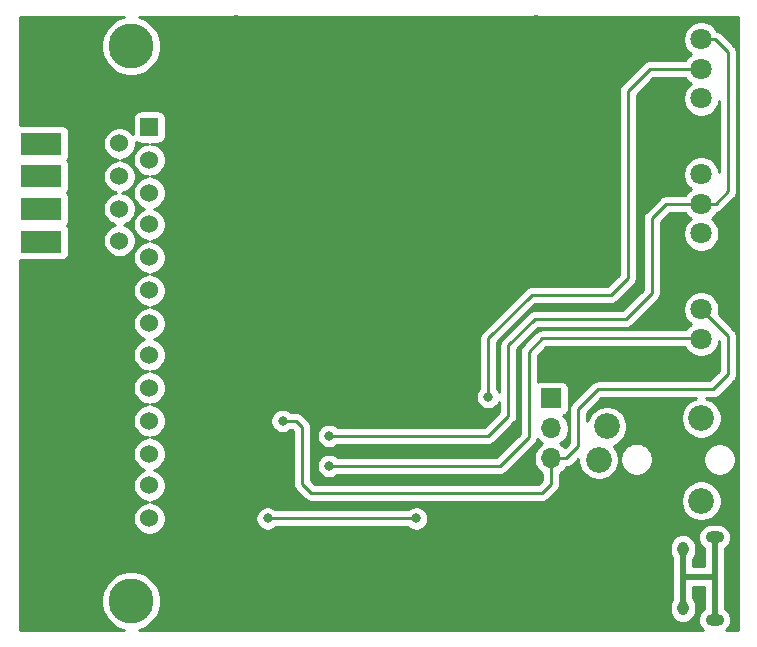
<source format=gbl>
%TF.GenerationSoftware,KiCad,Pcbnew,(5.1.9)-1*%
%TF.CreationDate,2021-01-10T22:28:58+11:00*%
%TF.ProjectId,pcb-covox-amp,7063622d-636f-4766-9f78-2d616d702e6b,3*%
%TF.SameCoordinates,Original*%
%TF.FileFunction,Copper,L2,Bot*%
%TF.FilePolarity,Positive*%
%FSLAX46Y46*%
G04 Gerber Fmt 4.6, Leading zero omitted, Abs format (unit mm)*
G04 Created by KiCad (PCBNEW (5.1.9)-1) date 2021-01-10 22:28:58*
%MOMM*%
%LPD*%
G01*
G04 APERTURE LIST*
%TA.AperFunction,ComponentPad*%
%ADD10C,3.810000*%
%TD*%
%TA.AperFunction,ComponentPad*%
%ADD11C,1.524000*%
%TD*%
%TA.AperFunction,ComponentPad*%
%ADD12R,1.524000X1.524000*%
%TD*%
%TA.AperFunction,ComponentPad*%
%ADD13C,2.181860*%
%TD*%
%TA.AperFunction,ComponentPad*%
%ADD14C,1.800000*%
%TD*%
%TA.AperFunction,ComponentPad*%
%ADD15C,6.400000*%
%TD*%
%TA.AperFunction,ComponentPad*%
%ADD16C,0.800000*%
%TD*%
%TA.AperFunction,SMDPad,CuDef*%
%ADD17R,3.480000X1.846667*%
%TD*%
%TA.AperFunction,ComponentPad*%
%ADD18R,1.700000X1.700000*%
%TD*%
%TA.AperFunction,ComponentPad*%
%ADD19O,1.700000X1.700000*%
%TD*%
%TA.AperFunction,ComponentPad*%
%ADD20O,0.950000X1.250000*%
%TD*%
%TA.AperFunction,ComponentPad*%
%ADD21O,1.550000X1.000000*%
%TD*%
%TA.AperFunction,ViaPad*%
%ADD22C,0.800000*%
%TD*%
%TA.AperFunction,Conductor*%
%ADD23C,0.250000*%
%TD*%
%TA.AperFunction,Conductor*%
%ADD24C,0.500000*%
%TD*%
%TA.AperFunction,Conductor*%
%ADD25C,0.254000*%
%TD*%
%TA.AperFunction,Conductor*%
%ADD26C,0.100000*%
%TD*%
G04 APERTURE END LIST*
D10*
%TO.P,J1,*%
%TO.N,*%
X110160000Y-91835000D03*
X110160000Y-138825000D03*
D11*
%TO.P,J1,13*%
%TO.N,Net-(J1-Pad13)*%
X111700000Y-131840000D03*
%TO.P,J1,12*%
%TO.N,Net-(J1-Pad12)*%
X111700000Y-129046000D03*
%TO.P,J1,11*%
%TO.N,Net-(J1-Pad11)*%
X111700000Y-126379000D03*
%TO.P,J1,10*%
%TO.N,Net-(J1-Pad10)*%
X111700000Y-123585000D03*
%TO.P,J1,9*%
%TO.N,Data7*%
X111700000Y-120791000D03*
%TO.P,J1,8*%
%TO.N,Data6*%
X111700000Y-117997000D03*
%TO.P,J1,7*%
%TO.N,Data5*%
X111700000Y-115330000D03*
%TO.P,J1,6*%
%TO.N,Data4*%
X111700000Y-112536000D03*
%TO.P,J1,5*%
%TO.N,Data3*%
X111700000Y-109742000D03*
%TO.P,J1,4*%
%TO.N,Data2*%
X111700000Y-106948000D03*
%TO.P,J1,3*%
%TO.N,Data1*%
X111700000Y-104281000D03*
%TO.P,J1,2*%
%TO.N,Data0*%
X111700000Y-101487000D03*
D12*
%TO.P,J1,1*%
%TO.N,Net-(J1-Pad1)*%
X111700000Y-98693000D03*
D11*
%TO.P,J1,25*%
%TO.N,GND*%
X109160000Y-130265200D03*
%TO.P,J1,24*%
X109160000Y-127725200D03*
%TO.P,J1,23*%
X109160000Y-124931200D03*
%TO.P,J1,22*%
X109160000Y-122188000D03*
%TO.P,J1,21*%
X109160000Y-119444800D03*
%TO.P,J1,20*%
X109160000Y-116650800D03*
%TO.P,J1,19*%
X109160000Y-113907600D03*
%TO.P,J1,18*%
X109160000Y-111164400D03*
%TO.P,J1,17*%
%TO.N,Net-(J1-Pad17)*%
X109160000Y-108319600D03*
%TO.P,J1,16*%
%TO.N,Net-(J1-Pad16)*%
X109160000Y-105627200D03*
%TO.P,J1,15*%
%TO.N,Net-(J1-Pad15)*%
X109160000Y-102884000D03*
%TO.P,J1,14*%
%TO.N,Net-(J1-Pad14)*%
X109160000Y-100090000D03*
%TD*%
D13*
%TO.P,X1,P$5*%
%TO.N,Net-(JP1-Pad2)*%
X158427620Y-130349020D03*
%TO.P,X1,P$4*%
X158427620Y-123351320D03*
%TO.P,X1,P$3*%
X150431700Y-124052360D03*
%TO.P,X1,P$2*%
%TO.N,GND*%
X150431700Y-129647980D03*
%TO.P,X1,P$1*%
%TO.N,Net-(X1-PadP$1)*%
X149730660Y-126848900D03*
%TD*%
D14*
%TO.P,RV2,3*%
%TO.N,Net-(C10-Pad1)*%
X158420000Y-102710000D03*
%TO.P,RV2,2*%
%TO.N,Gain1*%
X158420000Y-105210000D03*
%TO.P,RV2,1*%
%TO.N,Net-(RV2-Pad1)*%
X158420000Y-107710000D03*
%TD*%
D15*
%TO.P,MH3,1*%
%TO.N,GND*%
X119050000Y-138190000D03*
D16*
X121450000Y-138190000D03*
X120747056Y-139887056D03*
X119050000Y-140590000D03*
X117352944Y-139887056D03*
X116650000Y-138190000D03*
X117352944Y-136492944D03*
X119050000Y-135790000D03*
X120747056Y-136492944D03*
%TD*%
D15*
%TO.P,MH4,1*%
%TO.N,GND*%
X119050000Y-92470000D03*
D16*
X121450000Y-92470000D03*
X120747056Y-94167056D03*
X119050000Y-94870000D03*
X117352944Y-94167056D03*
X116650000Y-92470000D03*
X117352944Y-90772944D03*
X119050000Y-90070000D03*
X120747056Y-90772944D03*
%TD*%
D15*
%TO.P,MH2,1*%
%TO.N,GND*%
X144450000Y-138190000D03*
D16*
X146850000Y-138190000D03*
X146147056Y-139887056D03*
X144450000Y-140590000D03*
X142752944Y-139887056D03*
X142050000Y-138190000D03*
X142752944Y-136492944D03*
X144450000Y-135790000D03*
X146147056Y-136492944D03*
%TD*%
D15*
%TO.P,MH1,1*%
%TO.N,GND*%
X144450000Y-92470000D03*
D16*
X146850000Y-92470000D03*
X146147056Y-94167056D03*
X144450000Y-94870000D03*
X142752944Y-94167056D03*
X142050000Y-92470000D03*
X142752944Y-90772944D03*
X144450000Y-90070000D03*
X146147056Y-90772944D03*
%TD*%
D17*
%TO.P,J2,14*%
%TO.N,Net-(J2-Pad14)*%
X102540000Y-100095000D03*
%TO.P,J2,15*%
%TO.N,Net-(J2-Pad15)*%
X102540000Y-102865000D03*
%TO.P,J2,16*%
%TO.N,Net-(J2-Pad16)*%
X102540000Y-105635000D03*
%TO.P,J2,17*%
%TO.N,Net-(J2-Pad17)*%
X102540000Y-108405000D03*
%TO.P,J2,18*%
%TO.N,GND*%
X102540000Y-111175000D03*
%TO.P,J2,19*%
X102540000Y-113945000D03*
%TO.P,J2,20*%
X102540000Y-116715000D03*
%TO.P,J2,21*%
X102540000Y-119485000D03*
%TO.P,J2,22*%
X102540000Y-122255000D03*
%TO.P,J2,23*%
X102540000Y-125025000D03*
%TO.P,J2,24*%
X102540000Y-127795000D03*
%TO.P,J2,25*%
X102540000Y-130565000D03*
%TD*%
D14*
%TO.P,RV3,3*%
%TO.N,Gain1*%
X158420000Y-91280000D03*
%TO.P,RV3,2*%
%TO.N,Net-(C11-Pad2)*%
X158420000Y-93780000D03*
%TO.P,RV3,1*%
%TO.N,Net-(RV3-Pad1)*%
X158420000Y-96280000D03*
%TD*%
%TO.P,RV1,3*%
%TO.N,Source-Audio*%
X158420000Y-114140000D03*
%TO.P,RV1,2*%
%TO.N,Input+*%
X158420000Y-116640000D03*
%TO.P,RV1,1*%
%TO.N,GND*%
X158420000Y-119140000D03*
%TD*%
D18*
%TO.P,JP1,1*%
%TO.N,Amp-Audio*%
X145720000Y-121680000D03*
D19*
%TO.P,JP1,2*%
%TO.N,Net-(JP1-Pad2)*%
X145720000Y-124220000D03*
%TO.P,JP1,3*%
%TO.N,Source-Audio*%
X145720000Y-126760000D03*
%TD*%
D20*
%TO.P,P1,6*%
%TO.N,Net-(C12-Pad2)*%
X156857460Y-139420900D03*
X156857460Y-134420900D03*
D21*
X159557460Y-140420900D03*
X159557460Y-133420900D03*
%TD*%
D22*
%TO.N,GND*%
X155245000Y-99455000D03*
X106477000Y-102884000D03*
X106477000Y-105678000D03*
X106477000Y-108345000D03*
X114478000Y-102884000D03*
X114478000Y-105678000D03*
X114478000Y-108345000D03*
X114478000Y-111266000D03*
X114478000Y-113806000D03*
X114478000Y-116600000D03*
X114478000Y-119521000D03*
X133528000Y-128665000D03*
%TO.N,Input+*%
X126924000Y-127395000D03*
%TO.N,Source-Audio*%
X122987000Y-123585000D03*
%TO.N,Net-(C11-Pad2)*%
X140386000Y-121553000D03*
%TO.N,Gain1*%
X126924000Y-124855000D03*
%TO.N,Net-(D1-Pad2)*%
X121717000Y-131840000D03*
X134290000Y-131840000D03*
%TD*%
D23*
%TO.N,Input+*%
X126924000Y-127395000D02*
X141402000Y-127395000D01*
X158380000Y-116600000D02*
X158420000Y-116640000D01*
X144958000Y-116600000D02*
X158380000Y-116600000D01*
X141402000Y-127395000D02*
X143815000Y-124982000D01*
X143815000Y-124982000D02*
X143815000Y-117743000D01*
X143815000Y-117743000D02*
X144958000Y-116600000D01*
%TO.N,Source-Audio*%
X145720000Y-128919000D02*
X145720000Y-127649000D01*
X145720000Y-127649000D02*
X145720000Y-126760000D01*
X144958000Y-129681000D02*
X145720000Y-128919000D01*
X125400000Y-129681000D02*
X144958000Y-129681000D01*
X124638000Y-128919000D02*
X125400000Y-129681000D01*
X124638000Y-124093000D02*
X124638000Y-128919000D01*
X124130000Y-123585000D02*
X124638000Y-124093000D01*
X122987000Y-123585000D02*
X124130000Y-123585000D01*
X160706000Y-116426000D02*
X158420000Y-114140000D01*
X159436000Y-120918000D02*
X160706000Y-119648000D01*
X160706000Y-119648000D02*
X160706000Y-116426000D01*
X148006000Y-122569000D02*
X149657000Y-120918000D01*
X148006000Y-125744000D02*
X148006000Y-122569000D01*
X146990000Y-126760000D02*
X148006000Y-125744000D01*
X149657000Y-120918000D02*
X159436000Y-120918000D01*
X145720000Y-126760000D02*
X146990000Y-126760000D01*
%TO.N,Net-(C11-Pad2)*%
X140386000Y-121553000D02*
X140386000Y-116600000D01*
X140386000Y-116600000D02*
X144069000Y-112917000D01*
X144069000Y-112917000D02*
X150800000Y-112917000D01*
X150800000Y-112917000D02*
X152197000Y-111520000D01*
X152197000Y-111520000D02*
X152197000Y-95645000D01*
X154062000Y-93780000D02*
X158420000Y-93780000D01*
X152197000Y-95645000D02*
X154062000Y-93780000D01*
%TO.N,Gain1*%
X154229000Y-106440000D02*
X155459000Y-105210000D01*
X155459000Y-105210000D02*
X158420000Y-105210000D01*
X152070000Y-114949000D02*
X154229000Y-112790000D01*
X144323000Y-114949000D02*
X152070000Y-114949000D01*
X154229000Y-112790000D02*
X154229000Y-106440000D01*
X142100500Y-117171500D02*
X144323000Y-114949000D01*
X142100500Y-123140500D02*
X142100500Y-117171500D01*
X140386000Y-124855000D02*
X142100500Y-123140500D01*
X126924000Y-124855000D02*
X140386000Y-124855000D01*
X158420000Y-105210000D02*
X159650000Y-105210000D01*
X159650000Y-105210000D02*
X160706000Y-104154000D01*
X160706000Y-92376000D02*
X159610000Y-91280000D01*
X160706000Y-104154000D02*
X160706000Y-92376000D01*
X159610000Y-91280000D02*
X158420000Y-91280000D01*
%TO.N,Net-(D1-Pad2)*%
X121717000Y-131840000D02*
X134290000Y-131840000D01*
D24*
%TO.N,Net-(C12-Pad2)*%
X156857460Y-136754460D02*
X156857460Y-139420900D01*
X156857460Y-134420900D02*
X156857460Y-136754460D01*
X159557460Y-133420900D02*
X159557460Y-136671540D01*
X159557460Y-140420900D02*
X159557460Y-136671540D01*
X159474540Y-136754460D02*
X159557460Y-136671540D01*
X156857460Y-136754460D02*
X159474540Y-136754460D01*
%TD*%
D25*
%TO.N,GND*%
X109419109Y-89392611D02*
X108956859Y-89584081D01*
X108540844Y-89862053D01*
X108187053Y-90215844D01*
X107909081Y-90631859D01*
X107717611Y-91094109D01*
X107620000Y-91584832D01*
X107620000Y-92085168D01*
X107717611Y-92575891D01*
X107909081Y-93038141D01*
X108187053Y-93454156D01*
X108540844Y-93807947D01*
X108956859Y-94085919D01*
X109419109Y-94277389D01*
X109909832Y-94375000D01*
X110410168Y-94375000D01*
X110900891Y-94277389D01*
X111363141Y-94085919D01*
X111779156Y-93807947D01*
X112132947Y-93454156D01*
X112410919Y-93038141D01*
X112602389Y-92575891D01*
X112700000Y-92085168D01*
X112700000Y-91584832D01*
X112602389Y-91094109D01*
X112410919Y-90631859D01*
X112132947Y-90215844D01*
X111779156Y-89862053D01*
X111363141Y-89584081D01*
X110900891Y-89392611D01*
X110787218Y-89370000D01*
X161520000Y-89370000D01*
X161520001Y-141290000D01*
X160562569Y-141290000D01*
X160638909Y-141227349D01*
X160780744Y-141054523D01*
X160886136Y-140857347D01*
X160951037Y-140643399D01*
X160972951Y-140420900D01*
X160951037Y-140198401D01*
X160886136Y-139984453D01*
X160780744Y-139787277D01*
X160638909Y-139614451D01*
X160466083Y-139472616D01*
X160442460Y-139459989D01*
X160442460Y-136715009D01*
X160446741Y-136671540D01*
X160442460Y-136628071D01*
X160442460Y-134381811D01*
X160466083Y-134369184D01*
X160638909Y-134227349D01*
X160780744Y-134054523D01*
X160886136Y-133857347D01*
X160951037Y-133643399D01*
X160972951Y-133420900D01*
X160951037Y-133198401D01*
X160886136Y-132984453D01*
X160780744Y-132787277D01*
X160638909Y-132614451D01*
X160466083Y-132472616D01*
X160268907Y-132367224D01*
X160054959Y-132302323D01*
X159888212Y-132285900D01*
X159226708Y-132285900D01*
X159059961Y-132302323D01*
X158846013Y-132367224D01*
X158648837Y-132472616D01*
X158476011Y-132614451D01*
X158334176Y-132787277D01*
X158228784Y-132984453D01*
X158163883Y-133198401D01*
X158141969Y-133420900D01*
X158163883Y-133643399D01*
X158228784Y-133857347D01*
X158334176Y-134054523D01*
X158476011Y-134227349D01*
X158648837Y-134369184D01*
X158672460Y-134381811D01*
X158672461Y-135869460D01*
X157742460Y-135869460D01*
X157742460Y-135242226D01*
X157784856Y-135190566D01*
X157887928Y-134997734D01*
X157951398Y-134788498D01*
X157967460Y-134625421D01*
X157967460Y-134216380D01*
X157951398Y-134053303D01*
X157887928Y-133844067D01*
X157784856Y-133651234D01*
X157646146Y-133482214D01*
X157477126Y-133343504D01*
X157284294Y-133240432D01*
X157075058Y-133176962D01*
X156857460Y-133155530D01*
X156639863Y-133176962D01*
X156430627Y-133240432D01*
X156237795Y-133343504D01*
X156068775Y-133482214D01*
X155930064Y-133651234D01*
X155826992Y-133844066D01*
X155763522Y-134053302D01*
X155747460Y-134216379D01*
X155747460Y-134625420D01*
X155763522Y-134788497D01*
X155826992Y-134997733D01*
X155930064Y-135190566D01*
X155972460Y-135242227D01*
X155972461Y-136710974D01*
X155968178Y-136754460D01*
X155972460Y-136797937D01*
X155972461Y-138599573D01*
X155930064Y-138651234D01*
X155826992Y-138844066D01*
X155763522Y-139053302D01*
X155747460Y-139216379D01*
X155747460Y-139625420D01*
X155763522Y-139788497D01*
X155826992Y-139997733D01*
X155930064Y-140190566D01*
X156068774Y-140359586D01*
X156237794Y-140498296D01*
X156430626Y-140601368D01*
X156639862Y-140664838D01*
X156857460Y-140686270D01*
X157075057Y-140664838D01*
X157284293Y-140601368D01*
X157477126Y-140498296D01*
X157646146Y-140359586D01*
X157784856Y-140190566D01*
X157887928Y-139997734D01*
X157951398Y-139788498D01*
X157967460Y-139625421D01*
X157967460Y-139216380D01*
X157951398Y-139053303D01*
X157887928Y-138844067D01*
X157784856Y-138651234D01*
X157742460Y-138599574D01*
X157742460Y-137639460D01*
X158672461Y-137639460D01*
X158672460Y-139459989D01*
X158648837Y-139472616D01*
X158476011Y-139614451D01*
X158334176Y-139787277D01*
X158228784Y-139984453D01*
X158163883Y-140198401D01*
X158141969Y-140420900D01*
X158163883Y-140643399D01*
X158228784Y-140857347D01*
X158334176Y-141054523D01*
X158476011Y-141227349D01*
X158552351Y-141290000D01*
X110787218Y-141290000D01*
X110900891Y-141267389D01*
X111363141Y-141075919D01*
X111779156Y-140797947D01*
X112132947Y-140444156D01*
X112410919Y-140028141D01*
X112602389Y-139565891D01*
X112700000Y-139075168D01*
X112700000Y-138574832D01*
X112602389Y-138084109D01*
X112410919Y-137621859D01*
X112132947Y-137205844D01*
X111779156Y-136852053D01*
X111363141Y-136574081D01*
X110900891Y-136382611D01*
X110410168Y-136285000D01*
X109909832Y-136285000D01*
X109419109Y-136382611D01*
X108956859Y-136574081D01*
X108540844Y-136852053D01*
X108187053Y-137205844D01*
X107909081Y-137621859D01*
X107717611Y-138084109D01*
X107620000Y-138574832D01*
X107620000Y-139075168D01*
X107717611Y-139565891D01*
X107909081Y-140028141D01*
X108187053Y-140444156D01*
X108540844Y-140797947D01*
X108956859Y-141075919D01*
X109419109Y-141267389D01*
X109532782Y-141290000D01*
X100710000Y-141290000D01*
X100710000Y-109957541D01*
X100800000Y-109966405D01*
X104280000Y-109966405D01*
X104404482Y-109954145D01*
X104524180Y-109917835D01*
X104634494Y-109858870D01*
X104731185Y-109779518D01*
X104810537Y-109682827D01*
X104869502Y-109572513D01*
X104905812Y-109452815D01*
X104918072Y-109328333D01*
X104918072Y-107481667D01*
X104905812Y-107357185D01*
X104869502Y-107237487D01*
X104810537Y-107127173D01*
X104731185Y-107030482D01*
X104718413Y-107020000D01*
X104731185Y-107009518D01*
X104810537Y-106912827D01*
X104869502Y-106802513D01*
X104905812Y-106682815D01*
X104918072Y-106558333D01*
X104918072Y-104711667D01*
X104905812Y-104587185D01*
X104869502Y-104467487D01*
X104810537Y-104357173D01*
X104731185Y-104260482D01*
X104718413Y-104250000D01*
X104731185Y-104239518D01*
X104810537Y-104142827D01*
X104869502Y-104032513D01*
X104905812Y-103912815D01*
X104918072Y-103788333D01*
X104918072Y-101941667D01*
X104905812Y-101817185D01*
X104869502Y-101697487D01*
X104810537Y-101587173D01*
X104731185Y-101490482D01*
X104718413Y-101480000D01*
X104731185Y-101469518D01*
X104810537Y-101372827D01*
X104869502Y-101262513D01*
X104905812Y-101142815D01*
X104918072Y-101018333D01*
X104918072Y-99952408D01*
X107763000Y-99952408D01*
X107763000Y-100227592D01*
X107816686Y-100497490D01*
X107921995Y-100751727D01*
X108074880Y-100980535D01*
X108269465Y-101175120D01*
X108498273Y-101328005D01*
X108752510Y-101433314D01*
X109022408Y-101487000D01*
X108752510Y-101540686D01*
X108498273Y-101645995D01*
X108269465Y-101798880D01*
X108074880Y-101993465D01*
X107921995Y-102222273D01*
X107816686Y-102476510D01*
X107763000Y-102746408D01*
X107763000Y-103021592D01*
X107816686Y-103291490D01*
X107921995Y-103545727D01*
X108074880Y-103774535D01*
X108269465Y-103969120D01*
X108498273Y-104122005D01*
X108752510Y-104227314D01*
X108894713Y-104255600D01*
X108752510Y-104283886D01*
X108498273Y-104389195D01*
X108269465Y-104542080D01*
X108074880Y-104736665D01*
X107921995Y-104965473D01*
X107816686Y-105219710D01*
X107763000Y-105489608D01*
X107763000Y-105764792D01*
X107816686Y-106034690D01*
X107921995Y-106288927D01*
X108074880Y-106517735D01*
X108269465Y-106712320D01*
X108498273Y-106865205D01*
X108752510Y-106970514D01*
X108767019Y-106973400D01*
X108752510Y-106976286D01*
X108498273Y-107081595D01*
X108269465Y-107234480D01*
X108074880Y-107429065D01*
X107921995Y-107657873D01*
X107816686Y-107912110D01*
X107763000Y-108182008D01*
X107763000Y-108457192D01*
X107816686Y-108727090D01*
X107921995Y-108981327D01*
X108074880Y-109210135D01*
X108269465Y-109404720D01*
X108498273Y-109557605D01*
X108752510Y-109662914D01*
X109022408Y-109716600D01*
X109297592Y-109716600D01*
X109567490Y-109662914D01*
X109821727Y-109557605D01*
X110050535Y-109404720D01*
X110245120Y-109210135D01*
X110398005Y-108981327D01*
X110503314Y-108727090D01*
X110557000Y-108457192D01*
X110557000Y-108182008D01*
X110503314Y-107912110D01*
X110398005Y-107657873D01*
X110245120Y-107429065D01*
X110050535Y-107234480D01*
X109821727Y-107081595D01*
X109567490Y-106976286D01*
X109552981Y-106973400D01*
X109567490Y-106970514D01*
X109821727Y-106865205D01*
X110050535Y-106712320D01*
X110245120Y-106517735D01*
X110398005Y-106288927D01*
X110503314Y-106034690D01*
X110557000Y-105764792D01*
X110557000Y-105489608D01*
X110503314Y-105219710D01*
X110398005Y-104965473D01*
X110245120Y-104736665D01*
X110050535Y-104542080D01*
X109821727Y-104389195D01*
X109567490Y-104283886D01*
X109425287Y-104255600D01*
X109567490Y-104227314D01*
X109821727Y-104122005D01*
X110050535Y-103969120D01*
X110245120Y-103774535D01*
X110398005Y-103545727D01*
X110503314Y-103291490D01*
X110557000Y-103021592D01*
X110557000Y-102746408D01*
X110503314Y-102476510D01*
X110398005Y-102222273D01*
X110245120Y-101993465D01*
X110050535Y-101798880D01*
X109821727Y-101645995D01*
X109567490Y-101540686D01*
X109297592Y-101487000D01*
X109567490Y-101433314D01*
X109821727Y-101328005D01*
X110050535Y-101175120D01*
X110245120Y-100980535D01*
X110398005Y-100751727D01*
X110503314Y-100497490D01*
X110557000Y-100227592D01*
X110557000Y-99963784D01*
X110583506Y-99985537D01*
X110693820Y-100044502D01*
X110813518Y-100080812D01*
X110938000Y-100093072D01*
X111546964Y-100093072D01*
X111292510Y-100143686D01*
X111038273Y-100248995D01*
X110809465Y-100401880D01*
X110614880Y-100596465D01*
X110461995Y-100825273D01*
X110356686Y-101079510D01*
X110303000Y-101349408D01*
X110303000Y-101624592D01*
X110356686Y-101894490D01*
X110461995Y-102148727D01*
X110614880Y-102377535D01*
X110809465Y-102572120D01*
X111038273Y-102725005D01*
X111292510Y-102830314D01*
X111562408Y-102884000D01*
X111292510Y-102937686D01*
X111038273Y-103042995D01*
X110809465Y-103195880D01*
X110614880Y-103390465D01*
X110461995Y-103619273D01*
X110356686Y-103873510D01*
X110303000Y-104143408D01*
X110303000Y-104418592D01*
X110356686Y-104688490D01*
X110461995Y-104942727D01*
X110614880Y-105171535D01*
X110809465Y-105366120D01*
X111038273Y-105519005D01*
X111268817Y-105614500D01*
X111038273Y-105709995D01*
X110809465Y-105862880D01*
X110614880Y-106057465D01*
X110461995Y-106286273D01*
X110356686Y-106540510D01*
X110303000Y-106810408D01*
X110303000Y-107085592D01*
X110356686Y-107355490D01*
X110461995Y-107609727D01*
X110614880Y-107838535D01*
X110809465Y-108033120D01*
X111038273Y-108186005D01*
X111292510Y-108291314D01*
X111562408Y-108345000D01*
X111292510Y-108398686D01*
X111038273Y-108503995D01*
X110809465Y-108656880D01*
X110614880Y-108851465D01*
X110461995Y-109080273D01*
X110356686Y-109334510D01*
X110303000Y-109604408D01*
X110303000Y-109879592D01*
X110356686Y-110149490D01*
X110461995Y-110403727D01*
X110614880Y-110632535D01*
X110809465Y-110827120D01*
X111038273Y-110980005D01*
X111292510Y-111085314D01*
X111562408Y-111139000D01*
X111292510Y-111192686D01*
X111038273Y-111297995D01*
X110809465Y-111450880D01*
X110614880Y-111645465D01*
X110461995Y-111874273D01*
X110356686Y-112128510D01*
X110303000Y-112398408D01*
X110303000Y-112673592D01*
X110356686Y-112943490D01*
X110461995Y-113197727D01*
X110614880Y-113426535D01*
X110809465Y-113621120D01*
X111038273Y-113774005D01*
X111292510Y-113879314D01*
X111562408Y-113933000D01*
X111292510Y-113986686D01*
X111038273Y-114091995D01*
X110809465Y-114244880D01*
X110614880Y-114439465D01*
X110461995Y-114668273D01*
X110356686Y-114922510D01*
X110303000Y-115192408D01*
X110303000Y-115467592D01*
X110356686Y-115737490D01*
X110461995Y-115991727D01*
X110614880Y-116220535D01*
X110809465Y-116415120D01*
X111038273Y-116568005D01*
X111268817Y-116663500D01*
X111038273Y-116758995D01*
X110809465Y-116911880D01*
X110614880Y-117106465D01*
X110461995Y-117335273D01*
X110356686Y-117589510D01*
X110303000Y-117859408D01*
X110303000Y-118134592D01*
X110356686Y-118404490D01*
X110461995Y-118658727D01*
X110614880Y-118887535D01*
X110809465Y-119082120D01*
X111038273Y-119235005D01*
X111292510Y-119340314D01*
X111562408Y-119394000D01*
X111292510Y-119447686D01*
X111038273Y-119552995D01*
X110809465Y-119705880D01*
X110614880Y-119900465D01*
X110461995Y-120129273D01*
X110356686Y-120383510D01*
X110303000Y-120653408D01*
X110303000Y-120928592D01*
X110356686Y-121198490D01*
X110461995Y-121452727D01*
X110614880Y-121681535D01*
X110809465Y-121876120D01*
X111038273Y-122029005D01*
X111292510Y-122134314D01*
X111562408Y-122188000D01*
X111292510Y-122241686D01*
X111038273Y-122346995D01*
X110809465Y-122499880D01*
X110614880Y-122694465D01*
X110461995Y-122923273D01*
X110356686Y-123177510D01*
X110303000Y-123447408D01*
X110303000Y-123722592D01*
X110356686Y-123992490D01*
X110461995Y-124246727D01*
X110614880Y-124475535D01*
X110809465Y-124670120D01*
X111038273Y-124823005D01*
X111292510Y-124928314D01*
X111562408Y-124982000D01*
X111292510Y-125035686D01*
X111038273Y-125140995D01*
X110809465Y-125293880D01*
X110614880Y-125488465D01*
X110461995Y-125717273D01*
X110356686Y-125971510D01*
X110303000Y-126241408D01*
X110303000Y-126516592D01*
X110356686Y-126786490D01*
X110461995Y-127040727D01*
X110614880Y-127269535D01*
X110809465Y-127464120D01*
X111038273Y-127617005D01*
X111268817Y-127712500D01*
X111038273Y-127807995D01*
X110809465Y-127960880D01*
X110614880Y-128155465D01*
X110461995Y-128384273D01*
X110356686Y-128638510D01*
X110303000Y-128908408D01*
X110303000Y-129183592D01*
X110356686Y-129453490D01*
X110461995Y-129707727D01*
X110614880Y-129936535D01*
X110809465Y-130131120D01*
X111038273Y-130284005D01*
X111292510Y-130389314D01*
X111562408Y-130443000D01*
X111292510Y-130496686D01*
X111038273Y-130601995D01*
X110809465Y-130754880D01*
X110614880Y-130949465D01*
X110461995Y-131178273D01*
X110356686Y-131432510D01*
X110303000Y-131702408D01*
X110303000Y-131977592D01*
X110356686Y-132247490D01*
X110461995Y-132501727D01*
X110614880Y-132730535D01*
X110809465Y-132925120D01*
X111038273Y-133078005D01*
X111292510Y-133183314D01*
X111562408Y-133237000D01*
X111837592Y-133237000D01*
X112107490Y-133183314D01*
X112361727Y-133078005D01*
X112590535Y-132925120D01*
X112785120Y-132730535D01*
X112938005Y-132501727D01*
X113043314Y-132247490D01*
X113097000Y-131977592D01*
X113097000Y-131738061D01*
X120682000Y-131738061D01*
X120682000Y-131941939D01*
X120721774Y-132141898D01*
X120799795Y-132330256D01*
X120913063Y-132499774D01*
X121057226Y-132643937D01*
X121226744Y-132757205D01*
X121415102Y-132835226D01*
X121615061Y-132875000D01*
X121818939Y-132875000D01*
X122018898Y-132835226D01*
X122207256Y-132757205D01*
X122376774Y-132643937D01*
X122420711Y-132600000D01*
X133586289Y-132600000D01*
X133630226Y-132643937D01*
X133799744Y-132757205D01*
X133988102Y-132835226D01*
X134188061Y-132875000D01*
X134391939Y-132875000D01*
X134591898Y-132835226D01*
X134780256Y-132757205D01*
X134949774Y-132643937D01*
X135093937Y-132499774D01*
X135207205Y-132330256D01*
X135285226Y-132141898D01*
X135325000Y-131941939D01*
X135325000Y-131738061D01*
X135285226Y-131538102D01*
X135207205Y-131349744D01*
X135093937Y-131180226D01*
X134949774Y-131036063D01*
X134780256Y-130922795D01*
X134591898Y-130844774D01*
X134391939Y-130805000D01*
X134188061Y-130805000D01*
X133988102Y-130844774D01*
X133799744Y-130922795D01*
X133630226Y-131036063D01*
X133586289Y-131080000D01*
X122420711Y-131080000D01*
X122376774Y-131036063D01*
X122207256Y-130922795D01*
X122018898Y-130844774D01*
X121818939Y-130805000D01*
X121615061Y-130805000D01*
X121415102Y-130844774D01*
X121226744Y-130922795D01*
X121057226Y-131036063D01*
X120913063Y-131180226D01*
X120799795Y-131349744D01*
X120721774Y-131538102D01*
X120682000Y-131738061D01*
X113097000Y-131738061D01*
X113097000Y-131702408D01*
X113043314Y-131432510D01*
X112938005Y-131178273D01*
X112785120Y-130949465D01*
X112590535Y-130754880D01*
X112361727Y-130601995D01*
X112107490Y-130496686D01*
X111837592Y-130443000D01*
X112107490Y-130389314D01*
X112361727Y-130284005D01*
X112590535Y-130131120D01*
X112785120Y-129936535D01*
X112938005Y-129707727D01*
X113043314Y-129453490D01*
X113097000Y-129183592D01*
X113097000Y-128908408D01*
X113043314Y-128638510D01*
X112938005Y-128384273D01*
X112785120Y-128155465D01*
X112590535Y-127960880D01*
X112361727Y-127807995D01*
X112131183Y-127712500D01*
X112361727Y-127617005D01*
X112590535Y-127464120D01*
X112785120Y-127269535D01*
X112938005Y-127040727D01*
X113043314Y-126786490D01*
X113097000Y-126516592D01*
X113097000Y-126241408D01*
X113043314Y-125971510D01*
X112938005Y-125717273D01*
X112785120Y-125488465D01*
X112590535Y-125293880D01*
X112361727Y-125140995D01*
X112107490Y-125035686D01*
X111837592Y-124982000D01*
X112107490Y-124928314D01*
X112361727Y-124823005D01*
X112590535Y-124670120D01*
X112785120Y-124475535D01*
X112938005Y-124246727D01*
X113043314Y-123992490D01*
X113097000Y-123722592D01*
X113097000Y-123483061D01*
X121952000Y-123483061D01*
X121952000Y-123686939D01*
X121991774Y-123886898D01*
X122069795Y-124075256D01*
X122183063Y-124244774D01*
X122327226Y-124388937D01*
X122496744Y-124502205D01*
X122685102Y-124580226D01*
X122885061Y-124620000D01*
X123088939Y-124620000D01*
X123288898Y-124580226D01*
X123477256Y-124502205D01*
X123646774Y-124388937D01*
X123690711Y-124345000D01*
X123815199Y-124345000D01*
X123878000Y-124407802D01*
X123878001Y-128881668D01*
X123874324Y-128919000D01*
X123888998Y-129067985D01*
X123932454Y-129211246D01*
X124003026Y-129343276D01*
X124074201Y-129430002D01*
X124098000Y-129459001D01*
X124126998Y-129482799D01*
X124836201Y-130192002D01*
X124859999Y-130221001D01*
X124975724Y-130315974D01*
X125107753Y-130386546D01*
X125251014Y-130430003D01*
X125362667Y-130441000D01*
X125362675Y-130441000D01*
X125400000Y-130444676D01*
X125437325Y-130441000D01*
X144920678Y-130441000D01*
X144958000Y-130444676D01*
X144995322Y-130441000D01*
X144995333Y-130441000D01*
X145106986Y-130430003D01*
X145250247Y-130386546D01*
X145382276Y-130315974D01*
X145498001Y-130221001D01*
X145521803Y-130191998D01*
X145534770Y-130179031D01*
X156701690Y-130179031D01*
X156701690Y-130519009D01*
X156768017Y-130852455D01*
X156898121Y-131166554D01*
X157087003Y-131449236D01*
X157327404Y-131689637D01*
X157610086Y-131878519D01*
X157924185Y-132008623D01*
X158257631Y-132074950D01*
X158597609Y-132074950D01*
X158931055Y-132008623D01*
X159245154Y-131878519D01*
X159527836Y-131689637D01*
X159768237Y-131449236D01*
X159957119Y-131166554D01*
X160087223Y-130852455D01*
X160153550Y-130519009D01*
X160153550Y-130179031D01*
X160087223Y-129845585D01*
X159957119Y-129531486D01*
X159768237Y-129248804D01*
X159527836Y-129008403D01*
X159245154Y-128819521D01*
X158931055Y-128689417D01*
X158597609Y-128623090D01*
X158257631Y-128623090D01*
X157924185Y-128689417D01*
X157610086Y-128819521D01*
X157327404Y-129008403D01*
X157087003Y-129248804D01*
X156898121Y-129531486D01*
X156768017Y-129845585D01*
X156701690Y-130179031D01*
X145534770Y-130179031D01*
X146231004Y-129482798D01*
X146260001Y-129459001D01*
X146354974Y-129343276D01*
X146425546Y-129211247D01*
X146469003Y-129067986D01*
X146480000Y-128956333D01*
X146480000Y-128956325D01*
X146483676Y-128919000D01*
X146480000Y-128881675D01*
X146480000Y-128038178D01*
X146666632Y-127913475D01*
X146873475Y-127706632D01*
X146996125Y-127523073D01*
X147027322Y-127520000D01*
X147027333Y-127520000D01*
X147138986Y-127509003D01*
X147282247Y-127465546D01*
X147414276Y-127394974D01*
X147530001Y-127300001D01*
X147553804Y-127270998D01*
X148004730Y-126820071D01*
X148004730Y-127018889D01*
X148071057Y-127352335D01*
X148201161Y-127666434D01*
X148390043Y-127949116D01*
X148630444Y-128189517D01*
X148913126Y-128378399D01*
X149227225Y-128508503D01*
X149560671Y-128574830D01*
X149900649Y-128574830D01*
X150234095Y-128508503D01*
X150548194Y-128378399D01*
X150830876Y-128189517D01*
X151071277Y-127949116D01*
X151260159Y-127666434D01*
X151390263Y-127352335D01*
X151456590Y-127018889D01*
X151456590Y-126683589D01*
X151575000Y-126683589D01*
X151575000Y-126956411D01*
X151628225Y-127223989D01*
X151732629Y-127476043D01*
X151884201Y-127702886D01*
X152077114Y-127895799D01*
X152303957Y-128047371D01*
X152556011Y-128151775D01*
X152823589Y-128205000D01*
X153096411Y-128205000D01*
X153363989Y-128151775D01*
X153616043Y-128047371D01*
X153842886Y-127895799D01*
X154035799Y-127702886D01*
X154187371Y-127476043D01*
X154291775Y-127223989D01*
X154345000Y-126956411D01*
X154345000Y-126693589D01*
X158585000Y-126693589D01*
X158585000Y-126966411D01*
X158638225Y-127233989D01*
X158742629Y-127486043D01*
X158894201Y-127712886D01*
X159087114Y-127905799D01*
X159313957Y-128057371D01*
X159566011Y-128161775D01*
X159833589Y-128215000D01*
X160106411Y-128215000D01*
X160373989Y-128161775D01*
X160626043Y-128057371D01*
X160852886Y-127905799D01*
X161045799Y-127712886D01*
X161197371Y-127486043D01*
X161301775Y-127233989D01*
X161355000Y-126966411D01*
X161355000Y-126693589D01*
X161301775Y-126426011D01*
X161197371Y-126173957D01*
X161045799Y-125947114D01*
X160852886Y-125754201D01*
X160626043Y-125602629D01*
X160373989Y-125498225D01*
X160106411Y-125445000D01*
X159833589Y-125445000D01*
X159566011Y-125498225D01*
X159313957Y-125602629D01*
X159087114Y-125754201D01*
X158894201Y-125947114D01*
X158742629Y-126173957D01*
X158638225Y-126426011D01*
X158585000Y-126693589D01*
X154345000Y-126693589D01*
X154345000Y-126683589D01*
X154291775Y-126416011D01*
X154187371Y-126163957D01*
X154035799Y-125937114D01*
X153842886Y-125744201D01*
X153616043Y-125592629D01*
X153363989Y-125488225D01*
X153096411Y-125435000D01*
X152823589Y-125435000D01*
X152556011Y-125488225D01*
X152303957Y-125592629D01*
X152077114Y-125744201D01*
X151884201Y-125937114D01*
X151732629Y-126163957D01*
X151628225Y-126416011D01*
X151575000Y-126683589D01*
X151456590Y-126683589D01*
X151456590Y-126678911D01*
X151390263Y-126345465D01*
X151260159Y-126031366D01*
X151071277Y-125748684D01*
X151005436Y-125682843D01*
X151249234Y-125581859D01*
X151531916Y-125392977D01*
X151772317Y-125152576D01*
X151961199Y-124869894D01*
X152091303Y-124555795D01*
X152157630Y-124222349D01*
X152157630Y-123882371D01*
X152091303Y-123548925D01*
X151961199Y-123234826D01*
X151772317Y-122952144D01*
X151531916Y-122711743D01*
X151249234Y-122522861D01*
X150935135Y-122392757D01*
X150601689Y-122326430D01*
X150261711Y-122326430D01*
X149928265Y-122392757D01*
X149614166Y-122522861D01*
X149331484Y-122711743D01*
X149091083Y-122952144D01*
X148902201Y-123234826D01*
X148772097Y-123548925D01*
X148766000Y-123579576D01*
X148766000Y-122883801D01*
X149971802Y-121678000D01*
X157993145Y-121678000D01*
X157924185Y-121691717D01*
X157610086Y-121821821D01*
X157327404Y-122010703D01*
X157087003Y-122251104D01*
X156898121Y-122533786D01*
X156768017Y-122847885D01*
X156701690Y-123181331D01*
X156701690Y-123521309D01*
X156768017Y-123854755D01*
X156898121Y-124168854D01*
X157087003Y-124451536D01*
X157327404Y-124691937D01*
X157610086Y-124880819D01*
X157924185Y-125010923D01*
X158257631Y-125077250D01*
X158597609Y-125077250D01*
X158931055Y-125010923D01*
X159245154Y-124880819D01*
X159527836Y-124691937D01*
X159768237Y-124451536D01*
X159957119Y-124168854D01*
X160087223Y-123854755D01*
X160153550Y-123521309D01*
X160153550Y-123181331D01*
X160087223Y-122847885D01*
X159957119Y-122533786D01*
X159768237Y-122251104D01*
X159527836Y-122010703D01*
X159245154Y-121821821D01*
X158931055Y-121691717D01*
X158862095Y-121678000D01*
X159398678Y-121678000D01*
X159436000Y-121681676D01*
X159473322Y-121678000D01*
X159473333Y-121678000D01*
X159584986Y-121667003D01*
X159728247Y-121623546D01*
X159860276Y-121552974D01*
X159976001Y-121458001D01*
X159999804Y-121428997D01*
X161217004Y-120211798D01*
X161246001Y-120188001D01*
X161340974Y-120072276D01*
X161411546Y-119940247D01*
X161455003Y-119796986D01*
X161466000Y-119685333D01*
X161466000Y-119685324D01*
X161469676Y-119648001D01*
X161466000Y-119610678D01*
X161466000Y-116463322D01*
X161469676Y-116425999D01*
X161466000Y-116388676D01*
X161466000Y-116388667D01*
X161455003Y-116277014D01*
X161411546Y-116133753D01*
X161340974Y-116001724D01*
X161246001Y-115885999D01*
X161217003Y-115862201D01*
X159903731Y-114548930D01*
X159955000Y-114291184D01*
X159955000Y-113988816D01*
X159896011Y-113692257D01*
X159780299Y-113412905D01*
X159612312Y-113161495D01*
X159398505Y-112947688D01*
X159147095Y-112779701D01*
X158867743Y-112663989D01*
X158571184Y-112605000D01*
X158268816Y-112605000D01*
X157972257Y-112663989D01*
X157692905Y-112779701D01*
X157441495Y-112947688D01*
X157227688Y-113161495D01*
X157059701Y-113412905D01*
X156943989Y-113692257D01*
X156885000Y-113988816D01*
X156885000Y-114291184D01*
X156943989Y-114587743D01*
X157059701Y-114867095D01*
X157227688Y-115118505D01*
X157441495Y-115332312D01*
X157527831Y-115390000D01*
X157441495Y-115447688D01*
X157227688Y-115661495D01*
X157108415Y-115840000D01*
X144995322Y-115840000D01*
X144957999Y-115836324D01*
X144920676Y-115840000D01*
X144920667Y-115840000D01*
X144809014Y-115850997D01*
X144693626Y-115885999D01*
X144665753Y-115894454D01*
X144533723Y-115965026D01*
X144489007Y-116001724D01*
X144417999Y-116059999D01*
X144394201Y-116088997D01*
X143303998Y-117179201D01*
X143275000Y-117202999D01*
X143251202Y-117231997D01*
X143251201Y-117231998D01*
X143180026Y-117318724D01*
X143109454Y-117450754D01*
X143079180Y-117550558D01*
X143065998Y-117594014D01*
X143063586Y-117618505D01*
X143051324Y-117743000D01*
X143055001Y-117780332D01*
X143055000Y-124667198D01*
X141087199Y-126635000D01*
X127627711Y-126635000D01*
X127583774Y-126591063D01*
X127414256Y-126477795D01*
X127225898Y-126399774D01*
X127025939Y-126360000D01*
X126822061Y-126360000D01*
X126622102Y-126399774D01*
X126433744Y-126477795D01*
X126264226Y-126591063D01*
X126120063Y-126735226D01*
X126006795Y-126904744D01*
X125928774Y-127093102D01*
X125889000Y-127293061D01*
X125889000Y-127496939D01*
X125928774Y-127696898D01*
X126006795Y-127885256D01*
X126120063Y-128054774D01*
X126264226Y-128198937D01*
X126433744Y-128312205D01*
X126622102Y-128390226D01*
X126822061Y-128430000D01*
X127025939Y-128430000D01*
X127225898Y-128390226D01*
X127414256Y-128312205D01*
X127583774Y-128198937D01*
X127627711Y-128155000D01*
X141364678Y-128155000D01*
X141402000Y-128158676D01*
X141439322Y-128155000D01*
X141439333Y-128155000D01*
X141550986Y-128144003D01*
X141694247Y-128100546D01*
X141826276Y-128029974D01*
X141942001Y-127935001D01*
X141965804Y-127905997D01*
X144326004Y-125545798D01*
X144355001Y-125522001D01*
X144449974Y-125406276D01*
X144520546Y-125274247D01*
X144557354Y-125152906D01*
X144566525Y-125166632D01*
X144773368Y-125373475D01*
X144947760Y-125490000D01*
X144773368Y-125606525D01*
X144566525Y-125813368D01*
X144404010Y-126056589D01*
X144292068Y-126326842D01*
X144235000Y-126613740D01*
X144235000Y-126906260D01*
X144292068Y-127193158D01*
X144404010Y-127463411D01*
X144566525Y-127706632D01*
X144773368Y-127913475D01*
X144960001Y-128038179D01*
X144960000Y-128604198D01*
X144643199Y-128921000D01*
X125714802Y-128921000D01*
X125398000Y-128604199D01*
X125398000Y-124753061D01*
X125889000Y-124753061D01*
X125889000Y-124956939D01*
X125928774Y-125156898D01*
X126006795Y-125345256D01*
X126120063Y-125514774D01*
X126264226Y-125658937D01*
X126433744Y-125772205D01*
X126622102Y-125850226D01*
X126822061Y-125890000D01*
X127025939Y-125890000D01*
X127225898Y-125850226D01*
X127414256Y-125772205D01*
X127583774Y-125658937D01*
X127627711Y-125615000D01*
X140348678Y-125615000D01*
X140386000Y-125618676D01*
X140423322Y-125615000D01*
X140423333Y-125615000D01*
X140534986Y-125604003D01*
X140678247Y-125560546D01*
X140810276Y-125489974D01*
X140926001Y-125395001D01*
X140949804Y-125365997D01*
X142611504Y-123704298D01*
X142640501Y-123680501D01*
X142718877Y-123585000D01*
X142735474Y-123564777D01*
X142806046Y-123432747D01*
X142819785Y-123387454D01*
X142849503Y-123289486D01*
X142860500Y-123177833D01*
X142860500Y-123177824D01*
X142864176Y-123140501D01*
X142860500Y-123103178D01*
X142860500Y-117486301D01*
X144637802Y-115709000D01*
X152032678Y-115709000D01*
X152070000Y-115712676D01*
X152107322Y-115709000D01*
X152107333Y-115709000D01*
X152218986Y-115698003D01*
X152362247Y-115654546D01*
X152494276Y-115583974D01*
X152610001Y-115489001D01*
X152633804Y-115459997D01*
X154740004Y-113353798D01*
X154769001Y-113330001D01*
X154795332Y-113297917D01*
X154863974Y-113214277D01*
X154934546Y-113082247D01*
X154975363Y-112947688D01*
X154978003Y-112938986D01*
X154989000Y-112827333D01*
X154989000Y-112827324D01*
X154992676Y-112790001D01*
X154989000Y-112752678D01*
X154989000Y-106754801D01*
X155773802Y-105970000D01*
X157081687Y-105970000D01*
X157227688Y-106188505D01*
X157441495Y-106402312D01*
X157527831Y-106460000D01*
X157441495Y-106517688D01*
X157227688Y-106731495D01*
X157059701Y-106982905D01*
X156943989Y-107262257D01*
X156885000Y-107558816D01*
X156885000Y-107861184D01*
X156943989Y-108157743D01*
X157059701Y-108437095D01*
X157227688Y-108688505D01*
X157441495Y-108902312D01*
X157692905Y-109070299D01*
X157972257Y-109186011D01*
X158268816Y-109245000D01*
X158571184Y-109245000D01*
X158867743Y-109186011D01*
X159147095Y-109070299D01*
X159398505Y-108902312D01*
X159612312Y-108688505D01*
X159780299Y-108437095D01*
X159896011Y-108157743D01*
X159955000Y-107861184D01*
X159955000Y-107558816D01*
X159896011Y-107262257D01*
X159780299Y-106982905D01*
X159612312Y-106731495D01*
X159398505Y-106517688D01*
X159312169Y-106460000D01*
X159398505Y-106402312D01*
X159612312Y-106188505D01*
X159763313Y-105962517D01*
X159798986Y-105959003D01*
X159942247Y-105915546D01*
X160074276Y-105844974D01*
X160190001Y-105750001D01*
X160213804Y-105720998D01*
X161217004Y-104717798D01*
X161246001Y-104694001D01*
X161340974Y-104578276D01*
X161411546Y-104446247D01*
X161455003Y-104302986D01*
X161466000Y-104191333D01*
X161466000Y-104191332D01*
X161469677Y-104154000D01*
X161466000Y-104116667D01*
X161466000Y-92413322D01*
X161469676Y-92375999D01*
X161466000Y-92338676D01*
X161466000Y-92338667D01*
X161455003Y-92227014D01*
X161411546Y-92083753D01*
X161370571Y-92007095D01*
X161340974Y-91951723D01*
X161269799Y-91864997D01*
X161246001Y-91835999D01*
X161217003Y-91812201D01*
X160173804Y-90769002D01*
X160150001Y-90739999D01*
X160034276Y-90645026D01*
X159902247Y-90574454D01*
X159767357Y-90533536D01*
X159612312Y-90301495D01*
X159398505Y-90087688D01*
X159147095Y-89919701D01*
X158867743Y-89803989D01*
X158571184Y-89745000D01*
X158268816Y-89745000D01*
X157972257Y-89803989D01*
X157692905Y-89919701D01*
X157441495Y-90087688D01*
X157227688Y-90301495D01*
X157059701Y-90552905D01*
X156943989Y-90832257D01*
X156885000Y-91128816D01*
X156885000Y-91431184D01*
X156943989Y-91727743D01*
X157059701Y-92007095D01*
X157227688Y-92258505D01*
X157441495Y-92472312D01*
X157527831Y-92530000D01*
X157441495Y-92587688D01*
X157227688Y-92801495D01*
X157081687Y-93020000D01*
X154099322Y-93020000D01*
X154061999Y-93016324D01*
X154024676Y-93020000D01*
X154024667Y-93020000D01*
X153913014Y-93030997D01*
X153769753Y-93074454D01*
X153637724Y-93145026D01*
X153521999Y-93239999D01*
X153498201Y-93268997D01*
X151685998Y-95081201D01*
X151657000Y-95104999D01*
X151633202Y-95133997D01*
X151633201Y-95133998D01*
X151562026Y-95220724D01*
X151491454Y-95352754D01*
X151447998Y-95496015D01*
X151433324Y-95645000D01*
X151437001Y-95682333D01*
X151437000Y-111205198D01*
X150485199Y-112157000D01*
X144106333Y-112157000D01*
X144069000Y-112153323D01*
X144031667Y-112157000D01*
X143920014Y-112167997D01*
X143776753Y-112211454D01*
X143644724Y-112282026D01*
X143528999Y-112376999D01*
X143505201Y-112405997D01*
X139874998Y-116036201D01*
X139846000Y-116059999D01*
X139822202Y-116088997D01*
X139822201Y-116088998D01*
X139751026Y-116175724D01*
X139680454Y-116307754D01*
X139636998Y-116451015D01*
X139622324Y-116600000D01*
X139626001Y-116637332D01*
X139626000Y-120849289D01*
X139582063Y-120893226D01*
X139468795Y-121062744D01*
X139390774Y-121251102D01*
X139351000Y-121451061D01*
X139351000Y-121654939D01*
X139390774Y-121854898D01*
X139468795Y-122043256D01*
X139582063Y-122212774D01*
X139726226Y-122356937D01*
X139895744Y-122470205D01*
X140084102Y-122548226D01*
X140284061Y-122588000D01*
X140487939Y-122588000D01*
X140687898Y-122548226D01*
X140876256Y-122470205D01*
X141045774Y-122356937D01*
X141189937Y-122212774D01*
X141303205Y-122043256D01*
X141340500Y-121953218D01*
X141340500Y-122825698D01*
X140071199Y-124095000D01*
X127627711Y-124095000D01*
X127583774Y-124051063D01*
X127414256Y-123937795D01*
X127225898Y-123859774D01*
X127025939Y-123820000D01*
X126822061Y-123820000D01*
X126622102Y-123859774D01*
X126433744Y-123937795D01*
X126264226Y-124051063D01*
X126120063Y-124195226D01*
X126006795Y-124364744D01*
X125928774Y-124553102D01*
X125889000Y-124753061D01*
X125398000Y-124753061D01*
X125398000Y-124130322D01*
X125401676Y-124092999D01*
X125398000Y-124055676D01*
X125398000Y-124055667D01*
X125387003Y-123944014D01*
X125343546Y-123800753D01*
X125272974Y-123668724D01*
X125178001Y-123552999D01*
X125149003Y-123529202D01*
X124693803Y-123074002D01*
X124670001Y-123044999D01*
X124554276Y-122950026D01*
X124422247Y-122879454D01*
X124278986Y-122835997D01*
X124167333Y-122825000D01*
X124167322Y-122825000D01*
X124130000Y-122821324D01*
X124092678Y-122825000D01*
X123690711Y-122825000D01*
X123646774Y-122781063D01*
X123477256Y-122667795D01*
X123288898Y-122589774D01*
X123088939Y-122550000D01*
X122885061Y-122550000D01*
X122685102Y-122589774D01*
X122496744Y-122667795D01*
X122327226Y-122781063D01*
X122183063Y-122925226D01*
X122069795Y-123094744D01*
X121991774Y-123283102D01*
X121952000Y-123483061D01*
X113097000Y-123483061D01*
X113097000Y-123447408D01*
X113043314Y-123177510D01*
X112938005Y-122923273D01*
X112785120Y-122694465D01*
X112590535Y-122499880D01*
X112361727Y-122346995D01*
X112107490Y-122241686D01*
X111837592Y-122188000D01*
X112107490Y-122134314D01*
X112361727Y-122029005D01*
X112590535Y-121876120D01*
X112785120Y-121681535D01*
X112938005Y-121452727D01*
X113043314Y-121198490D01*
X113097000Y-120928592D01*
X113097000Y-120653408D01*
X113043314Y-120383510D01*
X112938005Y-120129273D01*
X112785120Y-119900465D01*
X112590535Y-119705880D01*
X112361727Y-119552995D01*
X112107490Y-119447686D01*
X111837592Y-119394000D01*
X112107490Y-119340314D01*
X112361727Y-119235005D01*
X112590535Y-119082120D01*
X112785120Y-118887535D01*
X112938005Y-118658727D01*
X113043314Y-118404490D01*
X113097000Y-118134592D01*
X113097000Y-117859408D01*
X113043314Y-117589510D01*
X112938005Y-117335273D01*
X112785120Y-117106465D01*
X112590535Y-116911880D01*
X112361727Y-116758995D01*
X112131183Y-116663500D01*
X112361727Y-116568005D01*
X112590535Y-116415120D01*
X112785120Y-116220535D01*
X112938005Y-115991727D01*
X113043314Y-115737490D01*
X113097000Y-115467592D01*
X113097000Y-115192408D01*
X113043314Y-114922510D01*
X112938005Y-114668273D01*
X112785120Y-114439465D01*
X112590535Y-114244880D01*
X112361727Y-114091995D01*
X112107490Y-113986686D01*
X111837592Y-113933000D01*
X112107490Y-113879314D01*
X112361727Y-113774005D01*
X112590535Y-113621120D01*
X112785120Y-113426535D01*
X112938005Y-113197727D01*
X113043314Y-112943490D01*
X113097000Y-112673592D01*
X113097000Y-112398408D01*
X113043314Y-112128510D01*
X112938005Y-111874273D01*
X112785120Y-111645465D01*
X112590535Y-111450880D01*
X112361727Y-111297995D01*
X112107490Y-111192686D01*
X111837592Y-111139000D01*
X112107490Y-111085314D01*
X112361727Y-110980005D01*
X112590535Y-110827120D01*
X112785120Y-110632535D01*
X112938005Y-110403727D01*
X113043314Y-110149490D01*
X113097000Y-109879592D01*
X113097000Y-109604408D01*
X113043314Y-109334510D01*
X112938005Y-109080273D01*
X112785120Y-108851465D01*
X112590535Y-108656880D01*
X112361727Y-108503995D01*
X112107490Y-108398686D01*
X111837592Y-108345000D01*
X112107490Y-108291314D01*
X112361727Y-108186005D01*
X112590535Y-108033120D01*
X112785120Y-107838535D01*
X112938005Y-107609727D01*
X113043314Y-107355490D01*
X113097000Y-107085592D01*
X113097000Y-106810408D01*
X113043314Y-106540510D01*
X112938005Y-106286273D01*
X112785120Y-106057465D01*
X112590535Y-105862880D01*
X112361727Y-105709995D01*
X112131183Y-105614500D01*
X112361727Y-105519005D01*
X112590535Y-105366120D01*
X112785120Y-105171535D01*
X112938005Y-104942727D01*
X113043314Y-104688490D01*
X113097000Y-104418592D01*
X113097000Y-104143408D01*
X113043314Y-103873510D01*
X112938005Y-103619273D01*
X112785120Y-103390465D01*
X112590535Y-103195880D01*
X112361727Y-103042995D01*
X112107490Y-102937686D01*
X111837592Y-102884000D01*
X112107490Y-102830314D01*
X112361727Y-102725005D01*
X112590535Y-102572120D01*
X112785120Y-102377535D01*
X112938005Y-102148727D01*
X113043314Y-101894490D01*
X113097000Y-101624592D01*
X113097000Y-101349408D01*
X113043314Y-101079510D01*
X112938005Y-100825273D01*
X112785120Y-100596465D01*
X112590535Y-100401880D01*
X112361727Y-100248995D01*
X112107490Y-100143686D01*
X111853036Y-100093072D01*
X112462000Y-100093072D01*
X112586482Y-100080812D01*
X112706180Y-100044502D01*
X112816494Y-99985537D01*
X112913185Y-99906185D01*
X112992537Y-99809494D01*
X113051502Y-99699180D01*
X113087812Y-99579482D01*
X113100072Y-99455000D01*
X113100072Y-97931000D01*
X113087812Y-97806518D01*
X113051502Y-97686820D01*
X112992537Y-97576506D01*
X112913185Y-97479815D01*
X112816494Y-97400463D01*
X112706180Y-97341498D01*
X112586482Y-97305188D01*
X112462000Y-97292928D01*
X110938000Y-97292928D01*
X110813518Y-97305188D01*
X110693820Y-97341498D01*
X110583506Y-97400463D01*
X110486815Y-97479815D01*
X110407463Y-97576506D01*
X110348498Y-97686820D01*
X110312188Y-97806518D01*
X110299928Y-97931000D01*
X110299928Y-99281491D01*
X110245120Y-99199465D01*
X110050535Y-99004880D01*
X109821727Y-98851995D01*
X109567490Y-98746686D01*
X109297592Y-98693000D01*
X109022408Y-98693000D01*
X108752510Y-98746686D01*
X108498273Y-98851995D01*
X108269465Y-99004880D01*
X108074880Y-99199465D01*
X107921995Y-99428273D01*
X107816686Y-99682510D01*
X107763000Y-99952408D01*
X104918072Y-99952408D01*
X104918072Y-99171667D01*
X104905812Y-99047185D01*
X104869502Y-98927487D01*
X104810537Y-98817173D01*
X104731185Y-98720482D01*
X104634494Y-98641130D01*
X104524180Y-98582165D01*
X104404482Y-98545855D01*
X104280000Y-98533595D01*
X100800000Y-98533595D01*
X100710000Y-98542459D01*
X100710000Y-89370000D01*
X109532782Y-89370000D01*
X109419109Y-89392611D01*
%TA.AperFunction,Conductor*%
D26*
G36*
X109419109Y-89392611D02*
G01*
X108956859Y-89584081D01*
X108540844Y-89862053D01*
X108187053Y-90215844D01*
X107909081Y-90631859D01*
X107717611Y-91094109D01*
X107620000Y-91584832D01*
X107620000Y-92085168D01*
X107717611Y-92575891D01*
X107909081Y-93038141D01*
X108187053Y-93454156D01*
X108540844Y-93807947D01*
X108956859Y-94085919D01*
X109419109Y-94277389D01*
X109909832Y-94375000D01*
X110410168Y-94375000D01*
X110900891Y-94277389D01*
X111363141Y-94085919D01*
X111779156Y-93807947D01*
X112132947Y-93454156D01*
X112410919Y-93038141D01*
X112602389Y-92575891D01*
X112700000Y-92085168D01*
X112700000Y-91584832D01*
X112602389Y-91094109D01*
X112410919Y-90631859D01*
X112132947Y-90215844D01*
X111779156Y-89862053D01*
X111363141Y-89584081D01*
X110900891Y-89392611D01*
X110787218Y-89370000D01*
X161520000Y-89370000D01*
X161520001Y-141290000D01*
X160562569Y-141290000D01*
X160638909Y-141227349D01*
X160780744Y-141054523D01*
X160886136Y-140857347D01*
X160951037Y-140643399D01*
X160972951Y-140420900D01*
X160951037Y-140198401D01*
X160886136Y-139984453D01*
X160780744Y-139787277D01*
X160638909Y-139614451D01*
X160466083Y-139472616D01*
X160442460Y-139459989D01*
X160442460Y-136715009D01*
X160446741Y-136671540D01*
X160442460Y-136628071D01*
X160442460Y-134381811D01*
X160466083Y-134369184D01*
X160638909Y-134227349D01*
X160780744Y-134054523D01*
X160886136Y-133857347D01*
X160951037Y-133643399D01*
X160972951Y-133420900D01*
X160951037Y-133198401D01*
X160886136Y-132984453D01*
X160780744Y-132787277D01*
X160638909Y-132614451D01*
X160466083Y-132472616D01*
X160268907Y-132367224D01*
X160054959Y-132302323D01*
X159888212Y-132285900D01*
X159226708Y-132285900D01*
X159059961Y-132302323D01*
X158846013Y-132367224D01*
X158648837Y-132472616D01*
X158476011Y-132614451D01*
X158334176Y-132787277D01*
X158228784Y-132984453D01*
X158163883Y-133198401D01*
X158141969Y-133420900D01*
X158163883Y-133643399D01*
X158228784Y-133857347D01*
X158334176Y-134054523D01*
X158476011Y-134227349D01*
X158648837Y-134369184D01*
X158672460Y-134381811D01*
X158672461Y-135869460D01*
X157742460Y-135869460D01*
X157742460Y-135242226D01*
X157784856Y-135190566D01*
X157887928Y-134997734D01*
X157951398Y-134788498D01*
X157967460Y-134625421D01*
X157967460Y-134216380D01*
X157951398Y-134053303D01*
X157887928Y-133844067D01*
X157784856Y-133651234D01*
X157646146Y-133482214D01*
X157477126Y-133343504D01*
X157284294Y-133240432D01*
X157075058Y-133176962D01*
X156857460Y-133155530D01*
X156639863Y-133176962D01*
X156430627Y-133240432D01*
X156237795Y-133343504D01*
X156068775Y-133482214D01*
X155930064Y-133651234D01*
X155826992Y-133844066D01*
X155763522Y-134053302D01*
X155747460Y-134216379D01*
X155747460Y-134625420D01*
X155763522Y-134788497D01*
X155826992Y-134997733D01*
X155930064Y-135190566D01*
X155972460Y-135242227D01*
X155972461Y-136710974D01*
X155968178Y-136754460D01*
X155972460Y-136797937D01*
X155972461Y-138599573D01*
X155930064Y-138651234D01*
X155826992Y-138844066D01*
X155763522Y-139053302D01*
X155747460Y-139216379D01*
X155747460Y-139625420D01*
X155763522Y-139788497D01*
X155826992Y-139997733D01*
X155930064Y-140190566D01*
X156068774Y-140359586D01*
X156237794Y-140498296D01*
X156430626Y-140601368D01*
X156639862Y-140664838D01*
X156857460Y-140686270D01*
X157075057Y-140664838D01*
X157284293Y-140601368D01*
X157477126Y-140498296D01*
X157646146Y-140359586D01*
X157784856Y-140190566D01*
X157887928Y-139997734D01*
X157951398Y-139788498D01*
X157967460Y-139625421D01*
X157967460Y-139216380D01*
X157951398Y-139053303D01*
X157887928Y-138844067D01*
X157784856Y-138651234D01*
X157742460Y-138599574D01*
X157742460Y-137639460D01*
X158672461Y-137639460D01*
X158672460Y-139459989D01*
X158648837Y-139472616D01*
X158476011Y-139614451D01*
X158334176Y-139787277D01*
X158228784Y-139984453D01*
X158163883Y-140198401D01*
X158141969Y-140420900D01*
X158163883Y-140643399D01*
X158228784Y-140857347D01*
X158334176Y-141054523D01*
X158476011Y-141227349D01*
X158552351Y-141290000D01*
X110787218Y-141290000D01*
X110900891Y-141267389D01*
X111363141Y-141075919D01*
X111779156Y-140797947D01*
X112132947Y-140444156D01*
X112410919Y-140028141D01*
X112602389Y-139565891D01*
X112700000Y-139075168D01*
X112700000Y-138574832D01*
X112602389Y-138084109D01*
X112410919Y-137621859D01*
X112132947Y-137205844D01*
X111779156Y-136852053D01*
X111363141Y-136574081D01*
X110900891Y-136382611D01*
X110410168Y-136285000D01*
X109909832Y-136285000D01*
X109419109Y-136382611D01*
X108956859Y-136574081D01*
X108540844Y-136852053D01*
X108187053Y-137205844D01*
X107909081Y-137621859D01*
X107717611Y-138084109D01*
X107620000Y-138574832D01*
X107620000Y-139075168D01*
X107717611Y-139565891D01*
X107909081Y-140028141D01*
X108187053Y-140444156D01*
X108540844Y-140797947D01*
X108956859Y-141075919D01*
X109419109Y-141267389D01*
X109532782Y-141290000D01*
X100710000Y-141290000D01*
X100710000Y-109957541D01*
X100800000Y-109966405D01*
X104280000Y-109966405D01*
X104404482Y-109954145D01*
X104524180Y-109917835D01*
X104634494Y-109858870D01*
X104731185Y-109779518D01*
X104810537Y-109682827D01*
X104869502Y-109572513D01*
X104905812Y-109452815D01*
X104918072Y-109328333D01*
X104918072Y-107481667D01*
X104905812Y-107357185D01*
X104869502Y-107237487D01*
X104810537Y-107127173D01*
X104731185Y-107030482D01*
X104718413Y-107020000D01*
X104731185Y-107009518D01*
X104810537Y-106912827D01*
X104869502Y-106802513D01*
X104905812Y-106682815D01*
X104918072Y-106558333D01*
X104918072Y-104711667D01*
X104905812Y-104587185D01*
X104869502Y-104467487D01*
X104810537Y-104357173D01*
X104731185Y-104260482D01*
X104718413Y-104250000D01*
X104731185Y-104239518D01*
X104810537Y-104142827D01*
X104869502Y-104032513D01*
X104905812Y-103912815D01*
X104918072Y-103788333D01*
X104918072Y-101941667D01*
X104905812Y-101817185D01*
X104869502Y-101697487D01*
X104810537Y-101587173D01*
X104731185Y-101490482D01*
X104718413Y-101480000D01*
X104731185Y-101469518D01*
X104810537Y-101372827D01*
X104869502Y-101262513D01*
X104905812Y-101142815D01*
X104918072Y-101018333D01*
X104918072Y-99952408D01*
X107763000Y-99952408D01*
X107763000Y-100227592D01*
X107816686Y-100497490D01*
X107921995Y-100751727D01*
X108074880Y-100980535D01*
X108269465Y-101175120D01*
X108498273Y-101328005D01*
X108752510Y-101433314D01*
X109022408Y-101487000D01*
X108752510Y-101540686D01*
X108498273Y-101645995D01*
X108269465Y-101798880D01*
X108074880Y-101993465D01*
X107921995Y-102222273D01*
X107816686Y-102476510D01*
X107763000Y-102746408D01*
X107763000Y-103021592D01*
X107816686Y-103291490D01*
X107921995Y-103545727D01*
X108074880Y-103774535D01*
X108269465Y-103969120D01*
X108498273Y-104122005D01*
X108752510Y-104227314D01*
X108894713Y-104255600D01*
X108752510Y-104283886D01*
X108498273Y-104389195D01*
X108269465Y-104542080D01*
X108074880Y-104736665D01*
X107921995Y-104965473D01*
X107816686Y-105219710D01*
X107763000Y-105489608D01*
X107763000Y-105764792D01*
X107816686Y-106034690D01*
X107921995Y-106288927D01*
X108074880Y-106517735D01*
X108269465Y-106712320D01*
X108498273Y-106865205D01*
X108752510Y-106970514D01*
X108767019Y-106973400D01*
X108752510Y-106976286D01*
X108498273Y-107081595D01*
X108269465Y-107234480D01*
X108074880Y-107429065D01*
X107921995Y-107657873D01*
X107816686Y-107912110D01*
X107763000Y-108182008D01*
X107763000Y-108457192D01*
X107816686Y-108727090D01*
X107921995Y-108981327D01*
X108074880Y-109210135D01*
X108269465Y-109404720D01*
X108498273Y-109557605D01*
X108752510Y-109662914D01*
X109022408Y-109716600D01*
X109297592Y-109716600D01*
X109567490Y-109662914D01*
X109821727Y-109557605D01*
X110050535Y-109404720D01*
X110245120Y-109210135D01*
X110398005Y-108981327D01*
X110503314Y-108727090D01*
X110557000Y-108457192D01*
X110557000Y-108182008D01*
X110503314Y-107912110D01*
X110398005Y-107657873D01*
X110245120Y-107429065D01*
X110050535Y-107234480D01*
X109821727Y-107081595D01*
X109567490Y-106976286D01*
X109552981Y-106973400D01*
X109567490Y-106970514D01*
X109821727Y-106865205D01*
X110050535Y-106712320D01*
X110245120Y-106517735D01*
X110398005Y-106288927D01*
X110503314Y-106034690D01*
X110557000Y-105764792D01*
X110557000Y-105489608D01*
X110503314Y-105219710D01*
X110398005Y-104965473D01*
X110245120Y-104736665D01*
X110050535Y-104542080D01*
X109821727Y-104389195D01*
X109567490Y-104283886D01*
X109425287Y-104255600D01*
X109567490Y-104227314D01*
X109821727Y-104122005D01*
X110050535Y-103969120D01*
X110245120Y-103774535D01*
X110398005Y-103545727D01*
X110503314Y-103291490D01*
X110557000Y-103021592D01*
X110557000Y-102746408D01*
X110503314Y-102476510D01*
X110398005Y-102222273D01*
X110245120Y-101993465D01*
X110050535Y-101798880D01*
X109821727Y-101645995D01*
X109567490Y-101540686D01*
X109297592Y-101487000D01*
X109567490Y-101433314D01*
X109821727Y-101328005D01*
X110050535Y-101175120D01*
X110245120Y-100980535D01*
X110398005Y-100751727D01*
X110503314Y-100497490D01*
X110557000Y-100227592D01*
X110557000Y-99963784D01*
X110583506Y-99985537D01*
X110693820Y-100044502D01*
X110813518Y-100080812D01*
X110938000Y-100093072D01*
X111546964Y-100093072D01*
X111292510Y-100143686D01*
X111038273Y-100248995D01*
X110809465Y-100401880D01*
X110614880Y-100596465D01*
X110461995Y-100825273D01*
X110356686Y-101079510D01*
X110303000Y-101349408D01*
X110303000Y-101624592D01*
X110356686Y-101894490D01*
X110461995Y-102148727D01*
X110614880Y-102377535D01*
X110809465Y-102572120D01*
X111038273Y-102725005D01*
X111292510Y-102830314D01*
X111562408Y-102884000D01*
X111292510Y-102937686D01*
X111038273Y-103042995D01*
X110809465Y-103195880D01*
X110614880Y-103390465D01*
X110461995Y-103619273D01*
X110356686Y-103873510D01*
X110303000Y-104143408D01*
X110303000Y-104418592D01*
X110356686Y-104688490D01*
X110461995Y-104942727D01*
X110614880Y-105171535D01*
X110809465Y-105366120D01*
X111038273Y-105519005D01*
X111268817Y-105614500D01*
X111038273Y-105709995D01*
X110809465Y-105862880D01*
X110614880Y-106057465D01*
X110461995Y-106286273D01*
X110356686Y-106540510D01*
X110303000Y-106810408D01*
X110303000Y-107085592D01*
X110356686Y-107355490D01*
X110461995Y-107609727D01*
X110614880Y-107838535D01*
X110809465Y-108033120D01*
X111038273Y-108186005D01*
X111292510Y-108291314D01*
X111562408Y-108345000D01*
X111292510Y-108398686D01*
X111038273Y-108503995D01*
X110809465Y-108656880D01*
X110614880Y-108851465D01*
X110461995Y-109080273D01*
X110356686Y-109334510D01*
X110303000Y-109604408D01*
X110303000Y-109879592D01*
X110356686Y-110149490D01*
X110461995Y-110403727D01*
X110614880Y-110632535D01*
X110809465Y-110827120D01*
X111038273Y-110980005D01*
X111292510Y-111085314D01*
X111562408Y-111139000D01*
X111292510Y-111192686D01*
X111038273Y-111297995D01*
X110809465Y-111450880D01*
X110614880Y-111645465D01*
X110461995Y-111874273D01*
X110356686Y-112128510D01*
X110303000Y-112398408D01*
X110303000Y-112673592D01*
X110356686Y-112943490D01*
X110461995Y-113197727D01*
X110614880Y-113426535D01*
X110809465Y-113621120D01*
X111038273Y-113774005D01*
X111292510Y-113879314D01*
X111562408Y-113933000D01*
X111292510Y-113986686D01*
X111038273Y-114091995D01*
X110809465Y-114244880D01*
X110614880Y-114439465D01*
X110461995Y-114668273D01*
X110356686Y-114922510D01*
X110303000Y-115192408D01*
X110303000Y-115467592D01*
X110356686Y-115737490D01*
X110461995Y-115991727D01*
X110614880Y-116220535D01*
X110809465Y-116415120D01*
X111038273Y-116568005D01*
X111268817Y-116663500D01*
X111038273Y-116758995D01*
X110809465Y-116911880D01*
X110614880Y-117106465D01*
X110461995Y-117335273D01*
X110356686Y-117589510D01*
X110303000Y-117859408D01*
X110303000Y-118134592D01*
X110356686Y-118404490D01*
X110461995Y-118658727D01*
X110614880Y-118887535D01*
X110809465Y-119082120D01*
X111038273Y-119235005D01*
X111292510Y-119340314D01*
X111562408Y-119394000D01*
X111292510Y-119447686D01*
X111038273Y-119552995D01*
X110809465Y-119705880D01*
X110614880Y-119900465D01*
X110461995Y-120129273D01*
X110356686Y-120383510D01*
X110303000Y-120653408D01*
X110303000Y-120928592D01*
X110356686Y-121198490D01*
X110461995Y-121452727D01*
X110614880Y-121681535D01*
X110809465Y-121876120D01*
X111038273Y-122029005D01*
X111292510Y-122134314D01*
X111562408Y-122188000D01*
X111292510Y-122241686D01*
X111038273Y-122346995D01*
X110809465Y-122499880D01*
X110614880Y-122694465D01*
X110461995Y-122923273D01*
X110356686Y-123177510D01*
X110303000Y-123447408D01*
X110303000Y-123722592D01*
X110356686Y-123992490D01*
X110461995Y-124246727D01*
X110614880Y-124475535D01*
X110809465Y-124670120D01*
X111038273Y-124823005D01*
X111292510Y-124928314D01*
X111562408Y-124982000D01*
X111292510Y-125035686D01*
X111038273Y-125140995D01*
X110809465Y-125293880D01*
X110614880Y-125488465D01*
X110461995Y-125717273D01*
X110356686Y-125971510D01*
X110303000Y-126241408D01*
X110303000Y-126516592D01*
X110356686Y-126786490D01*
X110461995Y-127040727D01*
X110614880Y-127269535D01*
X110809465Y-127464120D01*
X111038273Y-127617005D01*
X111268817Y-127712500D01*
X111038273Y-127807995D01*
X110809465Y-127960880D01*
X110614880Y-128155465D01*
X110461995Y-128384273D01*
X110356686Y-128638510D01*
X110303000Y-128908408D01*
X110303000Y-129183592D01*
X110356686Y-129453490D01*
X110461995Y-129707727D01*
X110614880Y-129936535D01*
X110809465Y-130131120D01*
X111038273Y-130284005D01*
X111292510Y-130389314D01*
X111562408Y-130443000D01*
X111292510Y-130496686D01*
X111038273Y-130601995D01*
X110809465Y-130754880D01*
X110614880Y-130949465D01*
X110461995Y-131178273D01*
X110356686Y-131432510D01*
X110303000Y-131702408D01*
X110303000Y-131977592D01*
X110356686Y-132247490D01*
X110461995Y-132501727D01*
X110614880Y-132730535D01*
X110809465Y-132925120D01*
X111038273Y-133078005D01*
X111292510Y-133183314D01*
X111562408Y-133237000D01*
X111837592Y-133237000D01*
X112107490Y-133183314D01*
X112361727Y-133078005D01*
X112590535Y-132925120D01*
X112785120Y-132730535D01*
X112938005Y-132501727D01*
X113043314Y-132247490D01*
X113097000Y-131977592D01*
X113097000Y-131738061D01*
X120682000Y-131738061D01*
X120682000Y-131941939D01*
X120721774Y-132141898D01*
X120799795Y-132330256D01*
X120913063Y-132499774D01*
X121057226Y-132643937D01*
X121226744Y-132757205D01*
X121415102Y-132835226D01*
X121615061Y-132875000D01*
X121818939Y-132875000D01*
X122018898Y-132835226D01*
X122207256Y-132757205D01*
X122376774Y-132643937D01*
X122420711Y-132600000D01*
X133586289Y-132600000D01*
X133630226Y-132643937D01*
X133799744Y-132757205D01*
X133988102Y-132835226D01*
X134188061Y-132875000D01*
X134391939Y-132875000D01*
X134591898Y-132835226D01*
X134780256Y-132757205D01*
X134949774Y-132643937D01*
X135093937Y-132499774D01*
X135207205Y-132330256D01*
X135285226Y-132141898D01*
X135325000Y-131941939D01*
X135325000Y-131738061D01*
X135285226Y-131538102D01*
X135207205Y-131349744D01*
X135093937Y-131180226D01*
X134949774Y-131036063D01*
X134780256Y-130922795D01*
X134591898Y-130844774D01*
X134391939Y-130805000D01*
X134188061Y-130805000D01*
X133988102Y-130844774D01*
X133799744Y-130922795D01*
X133630226Y-131036063D01*
X133586289Y-131080000D01*
X122420711Y-131080000D01*
X122376774Y-131036063D01*
X122207256Y-130922795D01*
X122018898Y-130844774D01*
X121818939Y-130805000D01*
X121615061Y-130805000D01*
X121415102Y-130844774D01*
X121226744Y-130922795D01*
X121057226Y-131036063D01*
X120913063Y-131180226D01*
X120799795Y-131349744D01*
X120721774Y-131538102D01*
X120682000Y-131738061D01*
X113097000Y-131738061D01*
X113097000Y-131702408D01*
X113043314Y-131432510D01*
X112938005Y-131178273D01*
X112785120Y-130949465D01*
X112590535Y-130754880D01*
X112361727Y-130601995D01*
X112107490Y-130496686D01*
X111837592Y-130443000D01*
X112107490Y-130389314D01*
X112361727Y-130284005D01*
X112590535Y-130131120D01*
X112785120Y-129936535D01*
X112938005Y-129707727D01*
X113043314Y-129453490D01*
X113097000Y-129183592D01*
X113097000Y-128908408D01*
X113043314Y-128638510D01*
X112938005Y-128384273D01*
X112785120Y-128155465D01*
X112590535Y-127960880D01*
X112361727Y-127807995D01*
X112131183Y-127712500D01*
X112361727Y-127617005D01*
X112590535Y-127464120D01*
X112785120Y-127269535D01*
X112938005Y-127040727D01*
X113043314Y-126786490D01*
X113097000Y-126516592D01*
X113097000Y-126241408D01*
X113043314Y-125971510D01*
X112938005Y-125717273D01*
X112785120Y-125488465D01*
X112590535Y-125293880D01*
X112361727Y-125140995D01*
X112107490Y-125035686D01*
X111837592Y-124982000D01*
X112107490Y-124928314D01*
X112361727Y-124823005D01*
X112590535Y-124670120D01*
X112785120Y-124475535D01*
X112938005Y-124246727D01*
X113043314Y-123992490D01*
X113097000Y-123722592D01*
X113097000Y-123483061D01*
X121952000Y-123483061D01*
X121952000Y-123686939D01*
X121991774Y-123886898D01*
X122069795Y-124075256D01*
X122183063Y-124244774D01*
X122327226Y-124388937D01*
X122496744Y-124502205D01*
X122685102Y-124580226D01*
X122885061Y-124620000D01*
X123088939Y-124620000D01*
X123288898Y-124580226D01*
X123477256Y-124502205D01*
X123646774Y-124388937D01*
X123690711Y-124345000D01*
X123815199Y-124345000D01*
X123878000Y-124407802D01*
X123878001Y-128881668D01*
X123874324Y-128919000D01*
X123888998Y-129067985D01*
X123932454Y-129211246D01*
X124003026Y-129343276D01*
X124074201Y-129430002D01*
X124098000Y-129459001D01*
X124126998Y-129482799D01*
X124836201Y-130192002D01*
X124859999Y-130221001D01*
X124975724Y-130315974D01*
X125107753Y-130386546D01*
X125251014Y-130430003D01*
X125362667Y-130441000D01*
X125362675Y-130441000D01*
X125400000Y-130444676D01*
X125437325Y-130441000D01*
X144920678Y-130441000D01*
X144958000Y-130444676D01*
X144995322Y-130441000D01*
X144995333Y-130441000D01*
X145106986Y-130430003D01*
X145250247Y-130386546D01*
X145382276Y-130315974D01*
X145498001Y-130221001D01*
X145521803Y-130191998D01*
X145534770Y-130179031D01*
X156701690Y-130179031D01*
X156701690Y-130519009D01*
X156768017Y-130852455D01*
X156898121Y-131166554D01*
X157087003Y-131449236D01*
X157327404Y-131689637D01*
X157610086Y-131878519D01*
X157924185Y-132008623D01*
X158257631Y-132074950D01*
X158597609Y-132074950D01*
X158931055Y-132008623D01*
X159245154Y-131878519D01*
X159527836Y-131689637D01*
X159768237Y-131449236D01*
X159957119Y-131166554D01*
X160087223Y-130852455D01*
X160153550Y-130519009D01*
X160153550Y-130179031D01*
X160087223Y-129845585D01*
X159957119Y-129531486D01*
X159768237Y-129248804D01*
X159527836Y-129008403D01*
X159245154Y-128819521D01*
X158931055Y-128689417D01*
X158597609Y-128623090D01*
X158257631Y-128623090D01*
X157924185Y-128689417D01*
X157610086Y-128819521D01*
X157327404Y-129008403D01*
X157087003Y-129248804D01*
X156898121Y-129531486D01*
X156768017Y-129845585D01*
X156701690Y-130179031D01*
X145534770Y-130179031D01*
X146231004Y-129482798D01*
X146260001Y-129459001D01*
X146354974Y-129343276D01*
X146425546Y-129211247D01*
X146469003Y-129067986D01*
X146480000Y-128956333D01*
X146480000Y-128956325D01*
X146483676Y-128919000D01*
X146480000Y-128881675D01*
X146480000Y-128038178D01*
X146666632Y-127913475D01*
X146873475Y-127706632D01*
X146996125Y-127523073D01*
X147027322Y-127520000D01*
X147027333Y-127520000D01*
X147138986Y-127509003D01*
X147282247Y-127465546D01*
X147414276Y-127394974D01*
X147530001Y-127300001D01*
X147553804Y-127270998D01*
X148004730Y-126820071D01*
X148004730Y-127018889D01*
X148071057Y-127352335D01*
X148201161Y-127666434D01*
X148390043Y-127949116D01*
X148630444Y-128189517D01*
X148913126Y-128378399D01*
X149227225Y-128508503D01*
X149560671Y-128574830D01*
X149900649Y-128574830D01*
X150234095Y-128508503D01*
X150548194Y-128378399D01*
X150830876Y-128189517D01*
X151071277Y-127949116D01*
X151260159Y-127666434D01*
X151390263Y-127352335D01*
X151456590Y-127018889D01*
X151456590Y-126683589D01*
X151575000Y-126683589D01*
X151575000Y-126956411D01*
X151628225Y-127223989D01*
X151732629Y-127476043D01*
X151884201Y-127702886D01*
X152077114Y-127895799D01*
X152303957Y-128047371D01*
X152556011Y-128151775D01*
X152823589Y-128205000D01*
X153096411Y-128205000D01*
X153363989Y-128151775D01*
X153616043Y-128047371D01*
X153842886Y-127895799D01*
X154035799Y-127702886D01*
X154187371Y-127476043D01*
X154291775Y-127223989D01*
X154345000Y-126956411D01*
X154345000Y-126693589D01*
X158585000Y-126693589D01*
X158585000Y-126966411D01*
X158638225Y-127233989D01*
X158742629Y-127486043D01*
X158894201Y-127712886D01*
X159087114Y-127905799D01*
X159313957Y-128057371D01*
X159566011Y-128161775D01*
X159833589Y-128215000D01*
X160106411Y-128215000D01*
X160373989Y-128161775D01*
X160626043Y-128057371D01*
X160852886Y-127905799D01*
X161045799Y-127712886D01*
X161197371Y-127486043D01*
X161301775Y-127233989D01*
X161355000Y-126966411D01*
X161355000Y-126693589D01*
X161301775Y-126426011D01*
X161197371Y-126173957D01*
X161045799Y-125947114D01*
X160852886Y-125754201D01*
X160626043Y-125602629D01*
X160373989Y-125498225D01*
X160106411Y-125445000D01*
X159833589Y-125445000D01*
X159566011Y-125498225D01*
X159313957Y-125602629D01*
X159087114Y-125754201D01*
X158894201Y-125947114D01*
X158742629Y-126173957D01*
X158638225Y-126426011D01*
X158585000Y-126693589D01*
X154345000Y-126693589D01*
X154345000Y-126683589D01*
X154291775Y-126416011D01*
X154187371Y-126163957D01*
X154035799Y-125937114D01*
X153842886Y-125744201D01*
X153616043Y-125592629D01*
X153363989Y-125488225D01*
X153096411Y-125435000D01*
X152823589Y-125435000D01*
X152556011Y-125488225D01*
X152303957Y-125592629D01*
X152077114Y-125744201D01*
X151884201Y-125937114D01*
X151732629Y-126163957D01*
X151628225Y-126416011D01*
X151575000Y-126683589D01*
X151456590Y-126683589D01*
X151456590Y-126678911D01*
X151390263Y-126345465D01*
X151260159Y-126031366D01*
X151071277Y-125748684D01*
X151005436Y-125682843D01*
X151249234Y-125581859D01*
X151531916Y-125392977D01*
X151772317Y-125152576D01*
X151961199Y-124869894D01*
X152091303Y-124555795D01*
X152157630Y-124222349D01*
X152157630Y-123882371D01*
X152091303Y-123548925D01*
X151961199Y-123234826D01*
X151772317Y-122952144D01*
X151531916Y-122711743D01*
X151249234Y-122522861D01*
X150935135Y-122392757D01*
X150601689Y-122326430D01*
X150261711Y-122326430D01*
X149928265Y-122392757D01*
X149614166Y-122522861D01*
X149331484Y-122711743D01*
X149091083Y-122952144D01*
X148902201Y-123234826D01*
X148772097Y-123548925D01*
X148766000Y-123579576D01*
X148766000Y-122883801D01*
X149971802Y-121678000D01*
X157993145Y-121678000D01*
X157924185Y-121691717D01*
X157610086Y-121821821D01*
X157327404Y-122010703D01*
X157087003Y-122251104D01*
X156898121Y-122533786D01*
X156768017Y-122847885D01*
X156701690Y-123181331D01*
X156701690Y-123521309D01*
X156768017Y-123854755D01*
X156898121Y-124168854D01*
X157087003Y-124451536D01*
X157327404Y-124691937D01*
X157610086Y-124880819D01*
X157924185Y-125010923D01*
X158257631Y-125077250D01*
X158597609Y-125077250D01*
X158931055Y-125010923D01*
X159245154Y-124880819D01*
X159527836Y-124691937D01*
X159768237Y-124451536D01*
X159957119Y-124168854D01*
X160087223Y-123854755D01*
X160153550Y-123521309D01*
X160153550Y-123181331D01*
X160087223Y-122847885D01*
X159957119Y-122533786D01*
X159768237Y-122251104D01*
X159527836Y-122010703D01*
X159245154Y-121821821D01*
X158931055Y-121691717D01*
X158862095Y-121678000D01*
X159398678Y-121678000D01*
X159436000Y-121681676D01*
X159473322Y-121678000D01*
X159473333Y-121678000D01*
X159584986Y-121667003D01*
X159728247Y-121623546D01*
X159860276Y-121552974D01*
X159976001Y-121458001D01*
X159999804Y-121428997D01*
X161217004Y-120211798D01*
X161246001Y-120188001D01*
X161340974Y-120072276D01*
X161411546Y-119940247D01*
X161455003Y-119796986D01*
X161466000Y-119685333D01*
X161466000Y-119685324D01*
X161469676Y-119648001D01*
X161466000Y-119610678D01*
X161466000Y-116463322D01*
X161469676Y-116425999D01*
X161466000Y-116388676D01*
X161466000Y-116388667D01*
X161455003Y-116277014D01*
X161411546Y-116133753D01*
X161340974Y-116001724D01*
X161246001Y-115885999D01*
X161217003Y-115862201D01*
X159903731Y-114548930D01*
X159955000Y-114291184D01*
X159955000Y-113988816D01*
X159896011Y-113692257D01*
X159780299Y-113412905D01*
X159612312Y-113161495D01*
X159398505Y-112947688D01*
X159147095Y-112779701D01*
X158867743Y-112663989D01*
X158571184Y-112605000D01*
X158268816Y-112605000D01*
X157972257Y-112663989D01*
X157692905Y-112779701D01*
X157441495Y-112947688D01*
X157227688Y-113161495D01*
X157059701Y-113412905D01*
X156943989Y-113692257D01*
X156885000Y-113988816D01*
X156885000Y-114291184D01*
X156943989Y-114587743D01*
X157059701Y-114867095D01*
X157227688Y-115118505D01*
X157441495Y-115332312D01*
X157527831Y-115390000D01*
X157441495Y-115447688D01*
X157227688Y-115661495D01*
X157108415Y-115840000D01*
X144995322Y-115840000D01*
X144957999Y-115836324D01*
X144920676Y-115840000D01*
X144920667Y-115840000D01*
X144809014Y-115850997D01*
X144693626Y-115885999D01*
X144665753Y-115894454D01*
X144533723Y-115965026D01*
X144489007Y-116001724D01*
X144417999Y-116059999D01*
X144394201Y-116088997D01*
X143303998Y-117179201D01*
X143275000Y-117202999D01*
X143251202Y-117231997D01*
X143251201Y-117231998D01*
X143180026Y-117318724D01*
X143109454Y-117450754D01*
X143079180Y-117550558D01*
X143065998Y-117594014D01*
X143063586Y-117618505D01*
X143051324Y-117743000D01*
X143055001Y-117780332D01*
X143055000Y-124667198D01*
X141087199Y-126635000D01*
X127627711Y-126635000D01*
X127583774Y-126591063D01*
X127414256Y-126477795D01*
X127225898Y-126399774D01*
X127025939Y-126360000D01*
X126822061Y-126360000D01*
X126622102Y-126399774D01*
X126433744Y-126477795D01*
X126264226Y-126591063D01*
X126120063Y-126735226D01*
X126006795Y-126904744D01*
X125928774Y-127093102D01*
X125889000Y-127293061D01*
X125889000Y-127496939D01*
X125928774Y-127696898D01*
X126006795Y-127885256D01*
X126120063Y-128054774D01*
X126264226Y-128198937D01*
X126433744Y-128312205D01*
X126622102Y-128390226D01*
X126822061Y-128430000D01*
X127025939Y-128430000D01*
X127225898Y-128390226D01*
X127414256Y-128312205D01*
X127583774Y-128198937D01*
X127627711Y-128155000D01*
X141364678Y-128155000D01*
X141402000Y-128158676D01*
X141439322Y-128155000D01*
X141439333Y-128155000D01*
X141550986Y-128144003D01*
X141694247Y-128100546D01*
X141826276Y-128029974D01*
X141942001Y-127935001D01*
X141965804Y-127905997D01*
X144326004Y-125545798D01*
X144355001Y-125522001D01*
X144449974Y-125406276D01*
X144520546Y-125274247D01*
X144557354Y-125152906D01*
X144566525Y-125166632D01*
X144773368Y-125373475D01*
X144947760Y-125490000D01*
X144773368Y-125606525D01*
X144566525Y-125813368D01*
X144404010Y-126056589D01*
X144292068Y-126326842D01*
X144235000Y-126613740D01*
X144235000Y-126906260D01*
X144292068Y-127193158D01*
X144404010Y-127463411D01*
X144566525Y-127706632D01*
X144773368Y-127913475D01*
X144960001Y-128038179D01*
X144960000Y-128604198D01*
X144643199Y-128921000D01*
X125714802Y-128921000D01*
X125398000Y-128604199D01*
X125398000Y-124753061D01*
X125889000Y-124753061D01*
X125889000Y-124956939D01*
X125928774Y-125156898D01*
X126006795Y-125345256D01*
X126120063Y-125514774D01*
X126264226Y-125658937D01*
X126433744Y-125772205D01*
X126622102Y-125850226D01*
X126822061Y-125890000D01*
X127025939Y-125890000D01*
X127225898Y-125850226D01*
X127414256Y-125772205D01*
X127583774Y-125658937D01*
X127627711Y-125615000D01*
X140348678Y-125615000D01*
X140386000Y-125618676D01*
X140423322Y-125615000D01*
X140423333Y-125615000D01*
X140534986Y-125604003D01*
X140678247Y-125560546D01*
X140810276Y-125489974D01*
X140926001Y-125395001D01*
X140949804Y-125365997D01*
X142611504Y-123704298D01*
X142640501Y-123680501D01*
X142718877Y-123585000D01*
X142735474Y-123564777D01*
X142806046Y-123432747D01*
X142819785Y-123387454D01*
X142849503Y-123289486D01*
X142860500Y-123177833D01*
X142860500Y-123177824D01*
X142864176Y-123140501D01*
X142860500Y-123103178D01*
X142860500Y-117486301D01*
X144637802Y-115709000D01*
X152032678Y-115709000D01*
X152070000Y-115712676D01*
X152107322Y-115709000D01*
X152107333Y-115709000D01*
X152218986Y-115698003D01*
X152362247Y-115654546D01*
X152494276Y-115583974D01*
X152610001Y-115489001D01*
X152633804Y-115459997D01*
X154740004Y-113353798D01*
X154769001Y-113330001D01*
X154795332Y-113297917D01*
X154863974Y-113214277D01*
X154934546Y-113082247D01*
X154975363Y-112947688D01*
X154978003Y-112938986D01*
X154989000Y-112827333D01*
X154989000Y-112827324D01*
X154992676Y-112790001D01*
X154989000Y-112752678D01*
X154989000Y-106754801D01*
X155773802Y-105970000D01*
X157081687Y-105970000D01*
X157227688Y-106188505D01*
X157441495Y-106402312D01*
X157527831Y-106460000D01*
X157441495Y-106517688D01*
X157227688Y-106731495D01*
X157059701Y-106982905D01*
X156943989Y-107262257D01*
X156885000Y-107558816D01*
X156885000Y-107861184D01*
X156943989Y-108157743D01*
X157059701Y-108437095D01*
X157227688Y-108688505D01*
X157441495Y-108902312D01*
X157692905Y-109070299D01*
X157972257Y-109186011D01*
X158268816Y-109245000D01*
X158571184Y-109245000D01*
X158867743Y-109186011D01*
X159147095Y-109070299D01*
X159398505Y-108902312D01*
X159612312Y-108688505D01*
X159780299Y-108437095D01*
X159896011Y-108157743D01*
X159955000Y-107861184D01*
X159955000Y-107558816D01*
X159896011Y-107262257D01*
X159780299Y-106982905D01*
X159612312Y-106731495D01*
X159398505Y-106517688D01*
X159312169Y-106460000D01*
X159398505Y-106402312D01*
X159612312Y-106188505D01*
X159763313Y-105962517D01*
X159798986Y-105959003D01*
X159942247Y-105915546D01*
X160074276Y-105844974D01*
X160190001Y-105750001D01*
X160213804Y-105720998D01*
X161217004Y-104717798D01*
X161246001Y-104694001D01*
X161340974Y-104578276D01*
X161411546Y-104446247D01*
X161455003Y-104302986D01*
X161466000Y-104191333D01*
X161466000Y-104191332D01*
X161469677Y-104154000D01*
X161466000Y-104116667D01*
X161466000Y-92413322D01*
X161469676Y-92375999D01*
X161466000Y-92338676D01*
X161466000Y-92338667D01*
X161455003Y-92227014D01*
X161411546Y-92083753D01*
X161370571Y-92007095D01*
X161340974Y-91951723D01*
X161269799Y-91864997D01*
X161246001Y-91835999D01*
X161217003Y-91812201D01*
X160173804Y-90769002D01*
X160150001Y-90739999D01*
X160034276Y-90645026D01*
X159902247Y-90574454D01*
X159767357Y-90533536D01*
X159612312Y-90301495D01*
X159398505Y-90087688D01*
X159147095Y-89919701D01*
X158867743Y-89803989D01*
X158571184Y-89745000D01*
X158268816Y-89745000D01*
X157972257Y-89803989D01*
X157692905Y-89919701D01*
X157441495Y-90087688D01*
X157227688Y-90301495D01*
X157059701Y-90552905D01*
X156943989Y-90832257D01*
X156885000Y-91128816D01*
X156885000Y-91431184D01*
X156943989Y-91727743D01*
X157059701Y-92007095D01*
X157227688Y-92258505D01*
X157441495Y-92472312D01*
X157527831Y-92530000D01*
X157441495Y-92587688D01*
X157227688Y-92801495D01*
X157081687Y-93020000D01*
X154099322Y-93020000D01*
X154061999Y-93016324D01*
X154024676Y-93020000D01*
X154024667Y-93020000D01*
X153913014Y-93030997D01*
X153769753Y-93074454D01*
X153637724Y-93145026D01*
X153521999Y-93239999D01*
X153498201Y-93268997D01*
X151685998Y-95081201D01*
X151657000Y-95104999D01*
X151633202Y-95133997D01*
X151633201Y-95133998D01*
X151562026Y-95220724D01*
X151491454Y-95352754D01*
X151447998Y-95496015D01*
X151433324Y-95645000D01*
X151437001Y-95682333D01*
X151437000Y-111205198D01*
X150485199Y-112157000D01*
X144106333Y-112157000D01*
X144069000Y-112153323D01*
X144031667Y-112157000D01*
X143920014Y-112167997D01*
X143776753Y-112211454D01*
X143644724Y-112282026D01*
X143528999Y-112376999D01*
X143505201Y-112405997D01*
X139874998Y-116036201D01*
X139846000Y-116059999D01*
X139822202Y-116088997D01*
X139822201Y-116088998D01*
X139751026Y-116175724D01*
X139680454Y-116307754D01*
X139636998Y-116451015D01*
X139622324Y-116600000D01*
X139626001Y-116637332D01*
X139626000Y-120849289D01*
X139582063Y-120893226D01*
X139468795Y-121062744D01*
X139390774Y-121251102D01*
X139351000Y-121451061D01*
X139351000Y-121654939D01*
X139390774Y-121854898D01*
X139468795Y-122043256D01*
X139582063Y-122212774D01*
X139726226Y-122356937D01*
X139895744Y-122470205D01*
X140084102Y-122548226D01*
X140284061Y-122588000D01*
X140487939Y-122588000D01*
X140687898Y-122548226D01*
X140876256Y-122470205D01*
X141045774Y-122356937D01*
X141189937Y-122212774D01*
X141303205Y-122043256D01*
X141340500Y-121953218D01*
X141340500Y-122825698D01*
X140071199Y-124095000D01*
X127627711Y-124095000D01*
X127583774Y-124051063D01*
X127414256Y-123937795D01*
X127225898Y-123859774D01*
X127025939Y-123820000D01*
X126822061Y-123820000D01*
X126622102Y-123859774D01*
X126433744Y-123937795D01*
X126264226Y-124051063D01*
X126120063Y-124195226D01*
X126006795Y-124364744D01*
X125928774Y-124553102D01*
X125889000Y-124753061D01*
X125398000Y-124753061D01*
X125398000Y-124130322D01*
X125401676Y-124092999D01*
X125398000Y-124055676D01*
X125398000Y-124055667D01*
X125387003Y-123944014D01*
X125343546Y-123800753D01*
X125272974Y-123668724D01*
X125178001Y-123552999D01*
X125149003Y-123529202D01*
X124693803Y-123074002D01*
X124670001Y-123044999D01*
X124554276Y-122950026D01*
X124422247Y-122879454D01*
X124278986Y-122835997D01*
X124167333Y-122825000D01*
X124167322Y-122825000D01*
X124130000Y-122821324D01*
X124092678Y-122825000D01*
X123690711Y-122825000D01*
X123646774Y-122781063D01*
X123477256Y-122667795D01*
X123288898Y-122589774D01*
X123088939Y-122550000D01*
X122885061Y-122550000D01*
X122685102Y-122589774D01*
X122496744Y-122667795D01*
X122327226Y-122781063D01*
X122183063Y-122925226D01*
X122069795Y-123094744D01*
X121991774Y-123283102D01*
X121952000Y-123483061D01*
X113097000Y-123483061D01*
X113097000Y-123447408D01*
X113043314Y-123177510D01*
X112938005Y-122923273D01*
X112785120Y-122694465D01*
X112590535Y-122499880D01*
X112361727Y-122346995D01*
X112107490Y-122241686D01*
X111837592Y-122188000D01*
X112107490Y-122134314D01*
X112361727Y-122029005D01*
X112590535Y-121876120D01*
X112785120Y-121681535D01*
X112938005Y-121452727D01*
X113043314Y-121198490D01*
X113097000Y-120928592D01*
X113097000Y-120653408D01*
X113043314Y-120383510D01*
X112938005Y-120129273D01*
X112785120Y-119900465D01*
X112590535Y-119705880D01*
X112361727Y-119552995D01*
X112107490Y-119447686D01*
X111837592Y-119394000D01*
X112107490Y-119340314D01*
X112361727Y-119235005D01*
X112590535Y-119082120D01*
X112785120Y-118887535D01*
X112938005Y-118658727D01*
X113043314Y-118404490D01*
X113097000Y-118134592D01*
X113097000Y-117859408D01*
X113043314Y-117589510D01*
X112938005Y-117335273D01*
X112785120Y-117106465D01*
X112590535Y-116911880D01*
X112361727Y-116758995D01*
X112131183Y-116663500D01*
X112361727Y-116568005D01*
X112590535Y-116415120D01*
X112785120Y-116220535D01*
X112938005Y-115991727D01*
X113043314Y-115737490D01*
X113097000Y-115467592D01*
X113097000Y-115192408D01*
X113043314Y-114922510D01*
X112938005Y-114668273D01*
X112785120Y-114439465D01*
X112590535Y-114244880D01*
X112361727Y-114091995D01*
X112107490Y-113986686D01*
X111837592Y-113933000D01*
X112107490Y-113879314D01*
X112361727Y-113774005D01*
X112590535Y-113621120D01*
X112785120Y-113426535D01*
X112938005Y-113197727D01*
X113043314Y-112943490D01*
X113097000Y-112673592D01*
X113097000Y-112398408D01*
X113043314Y-112128510D01*
X112938005Y-111874273D01*
X112785120Y-111645465D01*
X112590535Y-111450880D01*
X112361727Y-111297995D01*
X112107490Y-111192686D01*
X111837592Y-111139000D01*
X112107490Y-111085314D01*
X112361727Y-110980005D01*
X112590535Y-110827120D01*
X112785120Y-110632535D01*
X112938005Y-110403727D01*
X113043314Y-110149490D01*
X113097000Y-109879592D01*
X113097000Y-109604408D01*
X113043314Y-109334510D01*
X112938005Y-109080273D01*
X112785120Y-108851465D01*
X112590535Y-108656880D01*
X112361727Y-108503995D01*
X112107490Y-108398686D01*
X111837592Y-108345000D01*
X112107490Y-108291314D01*
X112361727Y-108186005D01*
X112590535Y-108033120D01*
X112785120Y-107838535D01*
X112938005Y-107609727D01*
X113043314Y-107355490D01*
X113097000Y-107085592D01*
X113097000Y-106810408D01*
X113043314Y-106540510D01*
X112938005Y-106286273D01*
X112785120Y-106057465D01*
X112590535Y-105862880D01*
X112361727Y-105709995D01*
X112131183Y-105614500D01*
X112361727Y-105519005D01*
X112590535Y-105366120D01*
X112785120Y-105171535D01*
X112938005Y-104942727D01*
X113043314Y-104688490D01*
X113097000Y-104418592D01*
X113097000Y-104143408D01*
X113043314Y-103873510D01*
X112938005Y-103619273D01*
X112785120Y-103390465D01*
X112590535Y-103195880D01*
X112361727Y-103042995D01*
X112107490Y-102937686D01*
X111837592Y-102884000D01*
X112107490Y-102830314D01*
X112361727Y-102725005D01*
X112590535Y-102572120D01*
X112785120Y-102377535D01*
X112938005Y-102148727D01*
X113043314Y-101894490D01*
X113097000Y-101624592D01*
X113097000Y-101349408D01*
X113043314Y-101079510D01*
X112938005Y-100825273D01*
X112785120Y-100596465D01*
X112590535Y-100401880D01*
X112361727Y-100248995D01*
X112107490Y-100143686D01*
X111853036Y-100093072D01*
X112462000Y-100093072D01*
X112586482Y-100080812D01*
X112706180Y-100044502D01*
X112816494Y-99985537D01*
X112913185Y-99906185D01*
X112992537Y-99809494D01*
X113051502Y-99699180D01*
X113087812Y-99579482D01*
X113100072Y-99455000D01*
X113100072Y-97931000D01*
X113087812Y-97806518D01*
X113051502Y-97686820D01*
X112992537Y-97576506D01*
X112913185Y-97479815D01*
X112816494Y-97400463D01*
X112706180Y-97341498D01*
X112586482Y-97305188D01*
X112462000Y-97292928D01*
X110938000Y-97292928D01*
X110813518Y-97305188D01*
X110693820Y-97341498D01*
X110583506Y-97400463D01*
X110486815Y-97479815D01*
X110407463Y-97576506D01*
X110348498Y-97686820D01*
X110312188Y-97806518D01*
X110299928Y-97931000D01*
X110299928Y-99281491D01*
X110245120Y-99199465D01*
X110050535Y-99004880D01*
X109821727Y-98851995D01*
X109567490Y-98746686D01*
X109297592Y-98693000D01*
X109022408Y-98693000D01*
X108752510Y-98746686D01*
X108498273Y-98851995D01*
X108269465Y-99004880D01*
X108074880Y-99199465D01*
X107921995Y-99428273D01*
X107816686Y-99682510D01*
X107763000Y-99952408D01*
X104918072Y-99952408D01*
X104918072Y-99171667D01*
X104905812Y-99047185D01*
X104869502Y-98927487D01*
X104810537Y-98817173D01*
X104731185Y-98720482D01*
X104634494Y-98641130D01*
X104524180Y-98582165D01*
X104404482Y-98545855D01*
X104280000Y-98533595D01*
X100800000Y-98533595D01*
X100710000Y-98542459D01*
X100710000Y-89370000D01*
X109532782Y-89370000D01*
X109419109Y-89392611D01*
G37*
%TD.AperFunction*%
D25*
X159946000Y-119333198D02*
X159121199Y-120158000D01*
X149694333Y-120158000D01*
X149657000Y-120154323D01*
X149619667Y-120158000D01*
X149508014Y-120168997D01*
X149364753Y-120212454D01*
X149232724Y-120283026D01*
X149116999Y-120377999D01*
X149093201Y-120406997D01*
X147494998Y-122005201D01*
X147466000Y-122028999D01*
X147442202Y-122057997D01*
X147442201Y-122057998D01*
X147371026Y-122144724D01*
X147300454Y-122276754D01*
X147256998Y-122420015D01*
X147242324Y-122569000D01*
X147246001Y-122606332D01*
X147246000Y-125429198D01*
X146867653Y-125807546D01*
X146666632Y-125606525D01*
X146492240Y-125490000D01*
X146666632Y-125373475D01*
X146873475Y-125166632D01*
X147035990Y-124923411D01*
X147147932Y-124653158D01*
X147205000Y-124366260D01*
X147205000Y-124073740D01*
X147147932Y-123786842D01*
X147035990Y-123516589D01*
X146873475Y-123273368D01*
X146741620Y-123141513D01*
X146814180Y-123119502D01*
X146924494Y-123060537D01*
X147021185Y-122981185D01*
X147100537Y-122884494D01*
X147159502Y-122774180D01*
X147195812Y-122654482D01*
X147208072Y-122530000D01*
X147208072Y-120830000D01*
X147195812Y-120705518D01*
X147159502Y-120585820D01*
X147100537Y-120475506D01*
X147021185Y-120378815D01*
X146924494Y-120299463D01*
X146814180Y-120240498D01*
X146694482Y-120204188D01*
X146570000Y-120191928D01*
X144870000Y-120191928D01*
X144745518Y-120204188D01*
X144625820Y-120240498D01*
X144575000Y-120267662D01*
X144575000Y-118057801D01*
X145272802Y-117360000D01*
X157056762Y-117360000D01*
X157059701Y-117367095D01*
X157227688Y-117618505D01*
X157441495Y-117832312D01*
X157692905Y-118000299D01*
X157972257Y-118116011D01*
X158268816Y-118175000D01*
X158571184Y-118175000D01*
X158867743Y-118116011D01*
X159147095Y-118000299D01*
X159398505Y-117832312D01*
X159612312Y-117618505D01*
X159780299Y-117367095D01*
X159896011Y-117087743D01*
X159946001Y-116836426D01*
X159946000Y-119333198D01*
%TA.AperFunction,Conductor*%
D26*
G36*
X159946000Y-119333198D02*
G01*
X159121199Y-120158000D01*
X149694333Y-120158000D01*
X149657000Y-120154323D01*
X149619667Y-120158000D01*
X149508014Y-120168997D01*
X149364753Y-120212454D01*
X149232724Y-120283026D01*
X149116999Y-120377999D01*
X149093201Y-120406997D01*
X147494998Y-122005201D01*
X147466000Y-122028999D01*
X147442202Y-122057997D01*
X147442201Y-122057998D01*
X147371026Y-122144724D01*
X147300454Y-122276754D01*
X147256998Y-122420015D01*
X147242324Y-122569000D01*
X147246001Y-122606332D01*
X147246000Y-125429198D01*
X146867653Y-125807546D01*
X146666632Y-125606525D01*
X146492240Y-125490000D01*
X146666632Y-125373475D01*
X146873475Y-125166632D01*
X147035990Y-124923411D01*
X147147932Y-124653158D01*
X147205000Y-124366260D01*
X147205000Y-124073740D01*
X147147932Y-123786842D01*
X147035990Y-123516589D01*
X146873475Y-123273368D01*
X146741620Y-123141513D01*
X146814180Y-123119502D01*
X146924494Y-123060537D01*
X147021185Y-122981185D01*
X147100537Y-122884494D01*
X147159502Y-122774180D01*
X147195812Y-122654482D01*
X147208072Y-122530000D01*
X147208072Y-120830000D01*
X147195812Y-120705518D01*
X147159502Y-120585820D01*
X147100537Y-120475506D01*
X147021185Y-120378815D01*
X146924494Y-120299463D01*
X146814180Y-120240498D01*
X146694482Y-120204188D01*
X146570000Y-120191928D01*
X144870000Y-120191928D01*
X144745518Y-120204188D01*
X144625820Y-120240498D01*
X144575000Y-120267662D01*
X144575000Y-118057801D01*
X145272802Y-117360000D01*
X157056762Y-117360000D01*
X157059701Y-117367095D01*
X157227688Y-117618505D01*
X157441495Y-117832312D01*
X157692905Y-118000299D01*
X157972257Y-118116011D01*
X158268816Y-118175000D01*
X158571184Y-118175000D01*
X158867743Y-118116011D01*
X159147095Y-118000299D01*
X159398505Y-117832312D01*
X159612312Y-117618505D01*
X159780299Y-117367095D01*
X159896011Y-117087743D01*
X159946001Y-116836426D01*
X159946000Y-119333198D01*
G37*
%TD.AperFunction*%
D25*
X157227688Y-94758505D02*
X157441495Y-94972312D01*
X157527831Y-95030000D01*
X157441495Y-95087688D01*
X157227688Y-95301495D01*
X157059701Y-95552905D01*
X156943989Y-95832257D01*
X156885000Y-96128816D01*
X156885000Y-96431184D01*
X156943989Y-96727743D01*
X157059701Y-97007095D01*
X157227688Y-97258505D01*
X157441495Y-97472312D01*
X157692905Y-97640299D01*
X157972257Y-97756011D01*
X158268816Y-97815000D01*
X158571184Y-97815000D01*
X158867743Y-97756011D01*
X159147095Y-97640299D01*
X159398505Y-97472312D01*
X159612312Y-97258505D01*
X159780299Y-97007095D01*
X159896011Y-96727743D01*
X159946001Y-96476427D01*
X159946000Y-102513570D01*
X159896011Y-102262257D01*
X159780299Y-101982905D01*
X159612312Y-101731495D01*
X159398505Y-101517688D01*
X159147095Y-101349701D01*
X158867743Y-101233989D01*
X158571184Y-101175000D01*
X158268816Y-101175000D01*
X157972257Y-101233989D01*
X157692905Y-101349701D01*
X157441495Y-101517688D01*
X157227688Y-101731495D01*
X157059701Y-101982905D01*
X156943989Y-102262257D01*
X156885000Y-102558816D01*
X156885000Y-102861184D01*
X156943989Y-103157743D01*
X157059701Y-103437095D01*
X157227688Y-103688505D01*
X157441495Y-103902312D01*
X157527831Y-103960000D01*
X157441495Y-104017688D01*
X157227688Y-104231495D01*
X157081687Y-104450000D01*
X155496325Y-104450000D01*
X155459000Y-104446324D01*
X155421675Y-104450000D01*
X155421667Y-104450000D01*
X155310014Y-104460997D01*
X155166753Y-104504454D01*
X155034724Y-104575026D01*
X154918999Y-104669999D01*
X154895201Y-104698997D01*
X153717998Y-105876201D01*
X153689000Y-105899999D01*
X153665202Y-105928997D01*
X153665201Y-105928998D01*
X153594026Y-106015724D01*
X153523454Y-106147754D01*
X153479998Y-106291015D01*
X153465324Y-106440000D01*
X153469001Y-106477332D01*
X153469000Y-112475198D01*
X151755199Y-114189000D01*
X144360325Y-114189000D01*
X144323000Y-114185324D01*
X144285675Y-114189000D01*
X144285667Y-114189000D01*
X144174014Y-114199997D01*
X144030753Y-114243454D01*
X143898724Y-114314026D01*
X143782999Y-114408999D01*
X143759201Y-114437997D01*
X141589498Y-116607701D01*
X141560500Y-116631499D01*
X141536702Y-116660497D01*
X141536701Y-116660498D01*
X141465526Y-116747224D01*
X141394954Y-116879254D01*
X141378880Y-116932246D01*
X141351498Y-117022514D01*
X141340759Y-117131546D01*
X141336824Y-117171500D01*
X141340501Y-117208832D01*
X141340500Y-121152782D01*
X141303205Y-121062744D01*
X141189937Y-120893226D01*
X141146000Y-120849289D01*
X141146000Y-116914801D01*
X144383802Y-113677000D01*
X150762678Y-113677000D01*
X150800000Y-113680676D01*
X150837322Y-113677000D01*
X150837333Y-113677000D01*
X150948986Y-113666003D01*
X151092247Y-113622546D01*
X151224276Y-113551974D01*
X151340001Y-113457001D01*
X151363804Y-113427997D01*
X152708004Y-112083798D01*
X152737001Y-112060001D01*
X152831974Y-111944276D01*
X152902546Y-111812247D01*
X152946003Y-111668986D01*
X152957000Y-111557333D01*
X152957000Y-111557324D01*
X152960676Y-111520001D01*
X152957000Y-111482678D01*
X152957000Y-95959801D01*
X154376802Y-94540000D01*
X157081687Y-94540000D01*
X157227688Y-94758505D01*
%TA.AperFunction,Conductor*%
D26*
G36*
X157227688Y-94758505D02*
G01*
X157441495Y-94972312D01*
X157527831Y-95030000D01*
X157441495Y-95087688D01*
X157227688Y-95301495D01*
X157059701Y-95552905D01*
X156943989Y-95832257D01*
X156885000Y-96128816D01*
X156885000Y-96431184D01*
X156943989Y-96727743D01*
X157059701Y-97007095D01*
X157227688Y-97258505D01*
X157441495Y-97472312D01*
X157692905Y-97640299D01*
X157972257Y-97756011D01*
X158268816Y-97815000D01*
X158571184Y-97815000D01*
X158867743Y-97756011D01*
X159147095Y-97640299D01*
X159398505Y-97472312D01*
X159612312Y-97258505D01*
X159780299Y-97007095D01*
X159896011Y-96727743D01*
X159946001Y-96476427D01*
X159946000Y-102513570D01*
X159896011Y-102262257D01*
X159780299Y-101982905D01*
X159612312Y-101731495D01*
X159398505Y-101517688D01*
X159147095Y-101349701D01*
X158867743Y-101233989D01*
X158571184Y-101175000D01*
X158268816Y-101175000D01*
X157972257Y-101233989D01*
X157692905Y-101349701D01*
X157441495Y-101517688D01*
X157227688Y-101731495D01*
X157059701Y-101982905D01*
X156943989Y-102262257D01*
X156885000Y-102558816D01*
X156885000Y-102861184D01*
X156943989Y-103157743D01*
X157059701Y-103437095D01*
X157227688Y-103688505D01*
X157441495Y-103902312D01*
X157527831Y-103960000D01*
X157441495Y-104017688D01*
X157227688Y-104231495D01*
X157081687Y-104450000D01*
X155496325Y-104450000D01*
X155459000Y-104446324D01*
X155421675Y-104450000D01*
X155421667Y-104450000D01*
X155310014Y-104460997D01*
X155166753Y-104504454D01*
X155034724Y-104575026D01*
X154918999Y-104669999D01*
X154895201Y-104698997D01*
X153717998Y-105876201D01*
X153689000Y-105899999D01*
X153665202Y-105928997D01*
X153665201Y-105928998D01*
X153594026Y-106015724D01*
X153523454Y-106147754D01*
X153479998Y-106291015D01*
X153465324Y-106440000D01*
X153469001Y-106477332D01*
X153469000Y-112475198D01*
X151755199Y-114189000D01*
X144360325Y-114189000D01*
X144323000Y-114185324D01*
X144285675Y-114189000D01*
X144285667Y-114189000D01*
X144174014Y-114199997D01*
X144030753Y-114243454D01*
X143898724Y-114314026D01*
X143782999Y-114408999D01*
X143759201Y-114437997D01*
X141589498Y-116607701D01*
X141560500Y-116631499D01*
X141536702Y-116660497D01*
X141536701Y-116660498D01*
X141465526Y-116747224D01*
X141394954Y-116879254D01*
X141378880Y-116932246D01*
X141351498Y-117022514D01*
X141340759Y-117131546D01*
X141336824Y-117171500D01*
X141340501Y-117208832D01*
X141340500Y-121152782D01*
X141303205Y-121062744D01*
X141189937Y-120893226D01*
X141146000Y-120849289D01*
X141146000Y-116914801D01*
X144383802Y-113677000D01*
X150762678Y-113677000D01*
X150800000Y-113680676D01*
X150837322Y-113677000D01*
X150837333Y-113677000D01*
X150948986Y-113666003D01*
X151092247Y-113622546D01*
X151224276Y-113551974D01*
X151340001Y-113457001D01*
X151363804Y-113427997D01*
X152708004Y-112083798D01*
X152737001Y-112060001D01*
X152831974Y-111944276D01*
X152902546Y-111812247D01*
X152946003Y-111668986D01*
X152957000Y-111557333D01*
X152957000Y-111557324D01*
X152960676Y-111520001D01*
X152957000Y-111482678D01*
X152957000Y-95959801D01*
X154376802Y-94540000D01*
X157081687Y-94540000D01*
X157227688Y-94758505D01*
G37*
%TD.AperFunction*%
%TD*%
M02*

</source>
